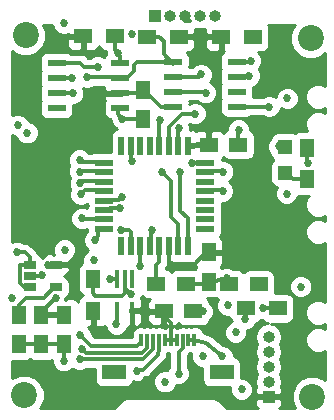
<source format=gtl>
G04 #@! TF.GenerationSoftware,KiCad,Pcbnew,(5.0.1)-4*
G04 #@! TF.CreationDate,2019-02-22T19:20:15-06:00*
G04 #@! TF.ProjectId,epoch,65706F63682E6B696361645F70636200,rev?*
G04 #@! TF.SameCoordinates,Original*
G04 #@! TF.FileFunction,Copper,L1,Top,Signal*
G04 #@! TF.FilePolarity,Positive*
%FSLAX46Y46*%
G04 Gerber Fmt 4.6, Leading zero omitted, Abs format (unit mm)*
G04 Created by KiCad (PCBNEW (5.0.1)-4) date 2/22/2019 7:20:15 PM*
%MOMM*%
%LPD*%
G01*
G04 APERTURE LIST*
G04 #@! TA.AperFunction,ComponentPad*
%ADD10O,1.000000X1.000000*%
G04 #@! TD*
G04 #@! TA.AperFunction,ComponentPad*
%ADD11R,1.000000X1.000000*%
G04 #@! TD*
G04 #@! TA.AperFunction,SMDPad,CuDef*
%ADD12R,1.060000X0.650000*%
G04 #@! TD*
G04 #@! TA.AperFunction,SMDPad,CuDef*
%ADD13R,0.300000X1.000000*%
G04 #@! TD*
G04 #@! TA.AperFunction,SMDPad,CuDef*
%ADD14R,2.000000X1.300000*%
G04 #@! TD*
G04 #@! TA.AperFunction,SMDPad,CuDef*
%ADD15R,1.500000X1.250000*%
G04 #@! TD*
G04 #@! TA.AperFunction,SMDPad,CuDef*
%ADD16R,1.250000X1.500000*%
G04 #@! TD*
G04 #@! TA.AperFunction,SMDPad,CuDef*
%ADD17R,1.500000X1.300000*%
G04 #@! TD*
G04 #@! TA.AperFunction,SMDPad,CuDef*
%ADD18R,1.300000X1.500000*%
G04 #@! TD*
G04 #@! TA.AperFunction,SMDPad,CuDef*
%ADD19R,1.600000X0.550000*%
G04 #@! TD*
G04 #@! TA.AperFunction,SMDPad,CuDef*
%ADD20R,0.550000X1.600000*%
G04 #@! TD*
G04 #@! TA.AperFunction,SMDPad,CuDef*
%ADD21R,1.550000X0.600000*%
G04 #@! TD*
G04 #@! TA.AperFunction,SMDPad,CuDef*
%ADD22R,0.400000X1.500000*%
G04 #@! TD*
G04 #@! TA.AperFunction,SMDPad,CuDef*
%ADD23R,1.200000X1.200000*%
G04 #@! TD*
G04 #@! TA.AperFunction,ComponentPad*
%ADD24C,2.200000*%
G04 #@! TD*
G04 #@! TA.AperFunction,ViaPad*
%ADD25C,0.685800*%
G04 #@! TD*
G04 #@! TA.AperFunction,Conductor*
%ADD26C,0.300000*%
G04 #@! TD*
G04 #@! TA.AperFunction,Conductor*
%ADD27C,0.152400*%
G04 #@! TD*
G04 #@! TA.AperFunction,Conductor*
%ADD28C,0.254000*%
G04 #@! TD*
G04 APERTURE END LIST*
D10*
G04 #@! TO.P,J3,5*
G04 #@! TO.N,VDD*
X119330000Y-54500000D03*
G04 #@! TO.P,J3,4*
G04 #@! TO.N,(+5)*
X118060000Y-54500000D03*
G04 #@! TO.P,J3,3*
G04 #@! TO.N,STAT*
X116790000Y-54500000D03*
G04 #@! TO.P,J3,2*
G04 #@! TO.N,PWR_SENSE*
X115520000Y-54500000D03*
D11*
G04 #@! TO.P,J3,1*
G04 #@! TO.N,(GND)*
X114250000Y-54500000D03*
G04 #@! TD*
D12*
G04 #@! TO.P,U1,1*
G04 #@! TO.N,(+5)*
X103611500Y-75567500D03*
G04 #@! TO.P,U1,2*
G04 #@! TO.N,(GND)*
X103611500Y-76517500D03*
G04 #@! TO.P,U1,3*
G04 #@! TO.N,(+5)*
X103611500Y-77467500D03*
G04 #@! TO.P,U1,4*
G04 #@! TO.N,Net-(C5-Pad2)*
X105811500Y-77467500D03*
G04 #@! TO.P,U1,5*
G04 #@! TO.N,(+3.3)*
X105811500Y-75567500D03*
G04 #@! TD*
D13*
G04 #@! TO.P,P3,5*
G04 #@! TO.N,(+3.3)*
X115050000Y-81923000D03*
G04 #@! TO.P,P3,4*
G04 #@! TO.N,VCOM*
X114550000Y-81923000D03*
G04 #@! TO.P,P3,3*
G04 #@! TO.N,SPI_CS*
X114050000Y-81923000D03*
G04 #@! TO.P,P3,2*
G04 #@! TO.N,SPI_SI*
X113550000Y-81923000D03*
G04 #@! TO.P,P3,1*
G04 #@! TO.N,SPI_CLK*
X113050000Y-81923000D03*
G04 #@! TO.P,P3,6*
G04 #@! TO.N,(+3.3)*
X115550000Y-81923000D03*
G04 #@! TO.P,P3,7*
X116050000Y-81923000D03*
G04 #@! TO.P,P3,8*
G04 #@! TO.N,EXTMODE*
X116550000Y-81923000D03*
G04 #@! TO.P,P3,9*
G04 #@! TO.N,(GND)*
X117050000Y-81923000D03*
G04 #@! TO.P,P3,10*
X117550000Y-81923000D03*
D14*
G04 #@! TO.P,P3,11*
G04 #@! TO.N,N/C*
X110750000Y-84623000D03*
G04 #@! TO.P,P3,12*
X119850000Y-84623000D03*
G04 #@! TD*
D15*
G04 #@! TO.P,C1,1*
G04 #@! TO.N,(+3.3)*
X118765000Y-65405000D03*
G04 #@! TO.P,C1,2*
G04 #@! TO.N,(GND)*
X121265000Y-65405000D03*
G04 #@! TD*
D16*
G04 #@! TO.P,C2,1*
G04 #@! TO.N,(+3.3)*
X118745000Y-74505500D03*
G04 #@! TO.P,C2,2*
G04 #@! TO.N,(GND)*
X118745000Y-77005500D03*
G04 #@! TD*
D15*
G04 #@! TO.P,C3,1*
G04 #@! TO.N,Net-(C3-Pad1)*
X114320000Y-77152500D03*
G04 #@! TO.P,C3,2*
G04 #@! TO.N,(GND)*
X116820000Y-77152500D03*
G04 #@! TD*
G04 #@! TO.P,C4,1*
G04 #@! TO.N,RESET*
X122979500Y-77216000D03*
G04 #@! TO.P,C4,2*
G04 #@! TO.N,(GND)*
X120479500Y-77216000D03*
G04 #@! TD*
D16*
G04 #@! TO.P,C5,1*
G04 #@! TO.N,(GND)*
X102679500Y-82276000D03*
G04 #@! TO.P,C5,2*
G04 #@! TO.N,Net-(C5-Pad2)*
X102679500Y-79776000D03*
G04 #@! TD*
G04 #@! TO.P,C6,1*
G04 #@! TO.N,(+3.3)*
X106489500Y-79776000D03*
G04 #@! TO.P,C6,2*
G04 #@! TO.N,(GND)*
X106489500Y-82276000D03*
G04 #@! TD*
G04 #@! TO.P,C9,1*
G04 #@! TO.N,(GND)*
X113157000Y-63226000D03*
G04 #@! TO.P,C9,2*
G04 #@! TO.N,(+3.3)*
X113157000Y-60726000D03*
G04 #@! TD*
D15*
G04 #@! TO.P,C11,1*
G04 #@! TO.N,(+3.3)*
X114955000Y-79502000D03*
G04 #@! TO.P,C11,2*
G04 #@! TO.N,(GND)*
X117455000Y-79502000D03*
G04 #@! TD*
D16*
G04 #@! TO.P,C14,1*
G04 #@! TO.N,(+3.3)*
X104584500Y-79776000D03*
G04 #@! TO.P,C14,2*
G04 #@! TO.N,(GND)*
X104584500Y-82276000D03*
G04 #@! TD*
D11*
G04 #@! TO.P,J2,1*
G04 #@! TO.N,(+3.3)*
X123825000Y-86741000D03*
D10*
G04 #@! TO.P,J2,2*
G04 #@! TO.N,SWDIO*
X123825000Y-85471000D03*
G04 #@! TO.P,J2,3*
G04 #@! TO.N,SWDCLK*
X123825000Y-84201000D03*
G04 #@! TO.P,J2,4*
G04 #@! TO.N,RESET*
X123825000Y-82931000D03*
G04 #@! TO.P,J2,5*
G04 #@! TO.N,(GND)*
X123825000Y-81661000D03*
G04 #@! TD*
D17*
G04 #@! TO.P,R1,1*
G04 #@! TO.N,Net-(R1-Pad1)*
X124603500Y-79248000D03*
G04 #@! TO.P,R1,2*
G04 #@! TO.N,RESET*
X121903500Y-79248000D03*
G04 #@! TD*
G04 #@! TO.P,R2,1*
G04 #@! TO.N,(+3.3)*
X116221500Y-56261000D03*
G04 #@! TO.P,R2,2*
G04 #@! TO.N,SDA*
X113521500Y-56261000D03*
G04 #@! TD*
G04 #@! TO.P,R3,1*
G04 #@! TO.N,(+3.3)*
X108124000Y-56197500D03*
G04 #@! TO.P,R3,2*
G04 #@! TO.N,SCL*
X110824000Y-56197500D03*
G04 #@! TD*
D18*
G04 #@! TO.P,R5,1*
G04 #@! TO.N,(+3.3)*
X108966000Y-79455000D03*
G04 #@! TO.P,R5,2*
G04 #@! TO.N,Net-(R5-Pad2)*
X108966000Y-76755000D03*
G04 #@! TD*
D19*
G04 #@! TO.P,U2,1*
G04 #@! TO.N,N/C*
X118423000Y-72523000D03*
G04 #@! TO.P,U2,2*
X118423000Y-71723000D03*
G04 #@! TO.P,U2,3*
X118423000Y-70923000D03*
G04 #@! TO.P,U2,4*
X118423000Y-70123000D03*
G04 #@! TO.P,U2,5*
G04 #@! TO.N,BUT_MID*
X118423000Y-69323000D03*
G04 #@! TO.P,U2,6*
G04 #@! TO.N,N/C*
X118423000Y-68523000D03*
G04 #@! TO.P,U2,7*
G04 #@! TO.N,LED*
X118423000Y-67723000D03*
G04 #@! TO.P,U2,8*
G04 #@! TO.N,PWR_SENSE*
X118423000Y-66923000D03*
D20*
G04 #@! TO.P,U2,9*
G04 #@! TO.N,(+3.3)*
X116973000Y-65473000D03*
G04 #@! TO.P,U2,10*
G04 #@! TO.N,(GND)*
X116173000Y-65473000D03*
G04 #@! TO.P,U2,11*
G04 #@! TO.N,STAT*
X115373000Y-65473000D03*
G04 #@! TO.P,U2,12*
G04 #@! TO.N,INTC*
X114573000Y-65473000D03*
G04 #@! TO.P,U2,13*
G04 #@! TO.N,N/C*
X113773000Y-65473000D03*
G04 #@! TO.P,U2,14*
X112973000Y-65473000D03*
G04 #@! TO.P,U2,15*
G04 #@! TO.N,BUT_UP*
X112173000Y-65473000D03*
G04 #@! TO.P,U2,16*
G04 #@! TO.N,N/C*
X111373000Y-65473000D03*
D19*
G04 #@! TO.P,U2,17*
G04 #@! TO.N,SDA*
X109923000Y-66923000D03*
G04 #@! TO.P,U2,18*
G04 #@! TO.N,SCL*
X109923000Y-67723000D03*
G04 #@! TO.P,U2,19*
G04 #@! TO.N,SPI_SI*
X109923000Y-68523000D03*
G04 #@! TO.P,U2,20*
G04 #@! TO.N,SPI_CLK*
X109923000Y-69323000D03*
G04 #@! TO.P,U2,21*
G04 #@! TO.N,BUT_DWN*
X109923000Y-70123000D03*
G04 #@! TO.P,U2,22*
G04 #@! TO.N,SPI_CS*
X109923000Y-70923000D03*
G04 #@! TO.P,U2,23*
G04 #@! TO.N,USB_D-*
X109923000Y-71723000D03*
G04 #@! TO.P,U2,24*
G04 #@! TO.N,USB_D+*
X109923000Y-72523000D03*
D20*
G04 #@! TO.P,U2,25*
G04 #@! TO.N,N/C*
X111373000Y-73973000D03*
G04 #@! TO.P,U2,26*
G04 #@! TO.N,RESET*
X112173000Y-73973000D03*
G04 #@! TO.P,U2,27*
G04 #@! TO.N,EXTMODE*
X112973000Y-73973000D03*
G04 #@! TO.P,U2,28*
G04 #@! TO.N,(GND)*
X113773000Y-73973000D03*
G04 #@! TO.P,U2,29*
G04 #@! TO.N,Net-(C3-Pad1)*
X114573000Y-73973000D03*
G04 #@! TO.P,U2,30*
G04 #@! TO.N,(+3.3)*
X115373000Y-73973000D03*
G04 #@! TO.P,U2,31*
G04 #@! TO.N,SWDCLK*
X116173000Y-73973000D03*
G04 #@! TO.P,U2,32*
G04 #@! TO.N,SWDIO*
X116973000Y-73973000D03*
G04 #@! TD*
D21*
G04 #@! TO.P,U3,1*
G04 #@! TO.N,32KHz*
X105885000Y-58483500D03*
G04 #@! TO.P,U3,2*
G04 #@! TO.N,(GND)*
X105885000Y-59753500D03*
G04 #@! TO.P,U3,3*
G04 #@! TO.N,INTC*
X105885000Y-61023500D03*
G04 #@! TO.P,U3,4*
G04 #@! TO.N,N/C*
X105885000Y-62293500D03*
G04 #@! TO.P,U3,5*
G04 #@! TO.N,(GND)*
X111285000Y-62293500D03*
G04 #@! TO.P,U3,6*
G04 #@! TO.N,(+3.3)*
X111285000Y-61023500D03*
G04 #@! TO.P,U3,7*
G04 #@! TO.N,SDA*
X111285000Y-59753500D03*
G04 #@! TO.P,U3,8*
G04 #@! TO.N,SCL*
X111285000Y-58483500D03*
G04 #@! TD*
G04 #@! TO.P,U4,1*
G04 #@! TO.N,32KHz*
X121127500Y-62166500D03*
G04 #@! TO.P,U4,2*
G04 #@! TO.N,N/C*
X121127500Y-60896500D03*
G04 #@! TO.P,U4,3*
G04 #@! TO.N,(GND)*
X121127500Y-59626500D03*
G04 #@! TO.P,U4,4*
X121127500Y-58356500D03*
G04 #@! TO.P,U4,5*
G04 #@! TO.N,SDA*
X115727500Y-58356500D03*
G04 #@! TO.P,U4,6*
G04 #@! TO.N,SCL*
X115727500Y-59626500D03*
G04 #@! TO.P,U4,7*
G04 #@! TO.N,Net-(R5-Pad2)*
X115727500Y-60896500D03*
G04 #@! TO.P,U4,8*
G04 #@! TO.N,(+3.3)*
X115727500Y-62166500D03*
G04 #@! TD*
D22*
G04 #@! TO.P,U5,1*
G04 #@! TO.N,N/C*
X112283000Y-76775000D03*
G04 #@! TO.P,U5,2*
G04 #@! TO.N,Net-(R5-Pad2)*
X111633000Y-76775000D03*
G04 #@! TO.P,U5,3*
G04 #@! TO.N,(GND)*
X110983000Y-76775000D03*
G04 #@! TO.P,U5,4*
G04 #@! TO.N,VCOM*
X110983000Y-79435000D03*
G04 #@! TO.P,U5,5*
G04 #@! TO.N,(+3.3)*
X112283000Y-79435000D03*
G04 #@! TD*
D18*
G04 #@! TO.P,R4,1*
G04 #@! TO.N,Net-(D1-Pad1)*
X127063500Y-68342500D03*
G04 #@! TO.P,R4,2*
G04 #@! TO.N,(GND)*
X127063500Y-65642500D03*
G04 #@! TD*
D17*
G04 #@! TO.P,R6,1*
G04 #@! TO.N,(+3.3)*
X119808000Y-56261000D03*
G04 #@! TO.P,R6,2*
G04 #@! TO.N,32KHz*
X122508000Y-56261000D03*
G04 #@! TD*
D23*
G04 #@! TO.P,D1,2*
G04 #@! TO.N,LED*
X125222000Y-65575000D03*
G04 #@! TO.P,D1,1*
G04 #@! TO.N,Net-(D1-Pad1)*
X125222000Y-67775000D03*
G04 #@! TD*
D24*
G04 #@! TO.P,U6,1*
G04 #@! TO.N,N/C*
X103124000Y-86614000D03*
G04 #@! TD*
G04 #@! TO.P,U7,1*
G04 #@! TO.N,N/C*
X127381000Y-56388000D03*
G04 #@! TD*
G04 #@! TO.P,U8,1*
G04 #@! TO.N,N/C*
X127508000Y-86741000D03*
G04 #@! TD*
G04 #@! TO.P,U9,1*
G04 #@! TO.N,N/C*
X103251000Y-56134000D03*
G04 #@! TD*
D25*
G04 #@! TO.N,(+3.3)*
X113474500Y-85344000D03*
X105981500Y-84836000D03*
X105791000Y-78359000D03*
X105156000Y-75565000D03*
G04 #@! TO.N,(GND)*
X122174000Y-59563000D03*
X122301000Y-58293000D03*
X118237000Y-79502000D03*
X119888000Y-83312000D03*
X113919000Y-72644000D03*
X116205000Y-64008000D03*
X121285000Y-64135000D03*
X107188000Y-59753500D03*
X127127000Y-66929000D03*
X120269000Y-76708000D03*
X104648000Y-76454000D03*
X110426500Y-76771500D03*
X111442500Y-63182500D03*
X106489500Y-83693000D03*
X112250000Y-56000000D03*
G04 #@! TO.N,RESET*
X122999500Y-77216000D03*
X121856500Y-80137000D03*
X111315500Y-72644000D03*
X115062000Y-85471000D03*
G04 #@! TO.N,USB_D+*
X109093000Y-73469500D03*
X102616000Y-63754000D03*
G04 #@! TO.N,USB_D-*
X108013500Y-71628000D03*
X103378000Y-64389000D03*
G04 #@! TO.N,VCOM*
X110947200Y-80594200D03*
X112712500Y-84518500D03*
G04 #@! TO.N,SPI_CS*
X111252000Y-70739000D03*
X106553000Y-74295000D03*
X107823000Y-83566000D03*
G04 #@! TO.N,SPI_SI*
X108013500Y-82677000D03*
X109029500Y-75184000D03*
X107886500Y-68643500D03*
G04 #@! TO.N,SPI_CLK*
X107950000Y-69596000D03*
X107886500Y-81534000D03*
G04 #@! TO.N,EXTMODE*
X116205000Y-84772500D03*
X112903000Y-75692000D03*
G04 #@! TO.N,Net-(R1-Pad1)*
X121031000Y-81280000D03*
X123317000Y-79248000D03*
X102108000Y-78359000D03*
G04 #@! TO.N,SDA*
X108458000Y-59690000D03*
X107823000Y-66675000D03*
G04 #@! TO.N,SCL*
X118110000Y-59436000D03*
X107823000Y-67691000D03*
X111061500Y-57645310D03*
G04 #@! TO.N,Net-(R5-Pad2)*
X112141000Y-78041500D03*
X120396000Y-78994000D03*
X118500014Y-61000000D03*
G04 #@! TO.N,BUT_UP*
X125412500Y-61468000D03*
X112268000Y-66738500D03*
G04 #@! TO.N,BUT_MID*
X125349000Y-69532500D03*
X119938800Y-69316600D03*
G04 #@! TO.N,BUT_DWN*
X111379000Y-69850000D03*
X126555500Y-77406500D03*
G04 #@! TO.N,INTC*
X107251500Y-61023500D03*
X114630200Y-63322200D03*
G04 #@! TO.N,LED*
X119951500Y-67691000D03*
X124714000Y-65532000D03*
G04 #@! TO.N,32KHz*
X123875800Y-62179200D03*
X109347000Y-58801000D03*
X122682000Y-56134000D03*
G04 #@! TO.N,SWDIO*
X121539000Y-86106000D03*
X118237000Y-83312000D03*
X116332000Y-67691000D03*
G04 #@! TO.N,SWDCLK*
X114808000Y-67691000D03*
G04 #@! TO.N,(+5)*
X102500000Y-74500000D03*
X106500000Y-55105314D03*
G04 #@! TO.N,PWR_SENSE*
X117323000Y-66923000D03*
G04 #@! TO.N,STAT*
X117625401Y-62768901D03*
G04 #@! TD*
D26*
G04 #@! TO.N,(+3.3)*
X118745000Y-74505500D02*
X118534500Y-74505500D01*
X118534500Y-74505500D02*
X117475000Y-75565000D01*
X115373000Y-75495000D02*
X115373000Y-73973000D01*
X115443000Y-75565000D02*
X115373000Y-75495000D01*
X117475000Y-75565000D02*
X115443000Y-75565000D01*
X116973000Y-65473000D02*
X118697000Y-65473000D01*
X118697000Y-65473000D02*
X118765000Y-65405000D01*
X114955000Y-79502000D02*
X114955000Y-79903000D01*
X114955000Y-79903000D02*
X115550000Y-80498000D01*
X115550000Y-80498000D02*
X115550000Y-81923000D01*
X108966000Y-79455000D02*
X108919000Y-79455000D01*
X118745000Y-74505500D02*
X119781000Y-74505500D01*
X119781000Y-74505500D02*
X120269000Y-74993500D01*
X115727500Y-62166500D02*
X114744500Y-62166500D01*
X114744500Y-62166500D02*
X113304000Y-60726000D01*
X113304000Y-60726000D02*
X113157000Y-60726000D01*
X111094500Y-61023500D02*
X112669000Y-61023500D01*
X112669000Y-61023500D02*
X112966500Y-60726000D01*
X116050000Y-81923000D02*
X115550000Y-81923000D01*
X115050000Y-81923000D02*
X115550000Y-81923000D01*
X105811500Y-75567500D02*
X105158500Y-75567500D01*
X105791000Y-78359000D02*
X104584500Y-79565500D01*
X105158500Y-75567500D02*
X105156000Y-75565000D01*
X104584500Y-79565500D02*
X104584500Y-79776000D01*
X104584500Y-79776000D02*
X104882000Y-79776000D01*
X104584500Y-79776000D02*
X106489500Y-79776000D01*
X106489500Y-79776000D02*
X106489500Y-79438500D01*
X106810500Y-79455000D02*
X106489500Y-79776000D01*
G04 #@! TO.N,(GND)*
X121127500Y-59626500D02*
X122110500Y-59626500D01*
X122110500Y-59626500D02*
X122174000Y-59563000D01*
X121127500Y-58356500D02*
X122237500Y-58356500D01*
X122237500Y-58356500D02*
X122301000Y-58293000D01*
X117455000Y-79502000D02*
X118237000Y-79502000D01*
X117455000Y-79502000D02*
X117729000Y-79502000D01*
X117550000Y-81923000D02*
X118491000Y-82169000D01*
X118491000Y-82169000D02*
X119888000Y-83312000D01*
X117455000Y-79502000D02*
X117983000Y-79502000D01*
X113773000Y-73973000D02*
X113900000Y-72663000D01*
X113900000Y-72663000D02*
X113919000Y-72644000D01*
X116173000Y-65473000D02*
X116173000Y-64040000D01*
X116173000Y-64040000D02*
X116205000Y-64008000D01*
X121265000Y-65405000D02*
X121265000Y-64155000D01*
X121265000Y-64155000D02*
X121285000Y-64135000D01*
X127063500Y-65642500D02*
X127063500Y-66865500D01*
X127063500Y-66865500D02*
X127127000Y-66929000D01*
X120225500Y-76751500D02*
X120269000Y-76708000D01*
X120225500Y-76751500D02*
X118745000Y-77005500D01*
X103611500Y-76517500D02*
X104584500Y-76517500D01*
X104584500Y-76517500D02*
X104648000Y-76454000D01*
X110983000Y-76775000D02*
X110411500Y-76756500D01*
X110411500Y-76756500D02*
X110426500Y-76771500D01*
X116820000Y-77152500D02*
X118598000Y-77152500D01*
X118598000Y-77152500D02*
X118745000Y-77005500D01*
X117050000Y-81923000D02*
X117550000Y-81923000D01*
X111094500Y-62293500D02*
X111094500Y-62834500D01*
X111486000Y-63226000D02*
X111442500Y-63182500D01*
X111486000Y-63226000D02*
X112966500Y-63226000D01*
X111094500Y-62834500D02*
X111442500Y-63182500D01*
X105694500Y-59753500D02*
X107188000Y-59753500D01*
X102679500Y-82276000D02*
X104584500Y-82276000D01*
X104584500Y-82276000D02*
X106489500Y-82276000D01*
X106489500Y-82276000D02*
X106489500Y-83693000D01*
G04 #@! TO.N,Net-(C3-Pad1)*
X114573000Y-73973000D02*
X114573000Y-75292000D01*
X114320000Y-75545000D02*
X114320000Y-77152500D01*
X114573000Y-75292000D02*
X114320000Y-75545000D01*
X114065000Y-76897500D02*
X114320000Y-77152500D01*
G04 #@! TO.N,RESET*
X112173000Y-73973000D02*
X112173000Y-72803000D01*
X112014000Y-72644000D02*
X111315500Y-72644000D01*
X112173000Y-72803000D02*
X112014000Y-72644000D01*
X122999500Y-77216000D02*
X122979500Y-77216000D01*
X121903500Y-79248000D02*
X121903500Y-80090000D01*
X121903500Y-80090000D02*
X121856500Y-80137000D01*
G04 #@! TO.N,Net-(C5-Pad2)*
X105811500Y-77467500D02*
X105666500Y-77467500D01*
X105666500Y-77467500D02*
X104775000Y-78359000D01*
X104775000Y-78359000D02*
X103314500Y-78359000D01*
X103314500Y-78359000D02*
X102679500Y-78994000D01*
X102679500Y-78994000D02*
X102679500Y-79776000D01*
G04 #@! TO.N,USB_D+*
X109415000Y-73147500D02*
X109093000Y-73469500D01*
X109415000Y-72459500D02*
X109415000Y-73147500D01*
G04 #@! TO.N,USB_D-*
X108045000Y-71659500D02*
X108013500Y-71628000D01*
X109415000Y-71659500D02*
X108045000Y-71659500D01*
G04 #@! TO.N,VCOM*
X114550000Y-82681000D02*
X114427000Y-83185000D01*
X110983000Y-79435000D02*
X110995700Y-80545700D01*
X110947200Y-80594200D02*
X110995700Y-80545700D01*
X114550000Y-82681000D02*
X114550000Y-81923000D01*
X113157000Y-84455000D02*
X112712500Y-84518500D01*
X114427000Y-83185000D02*
X113157000Y-84455000D01*
G04 #@! TO.N,SPI_CS*
X114050000Y-81923000D02*
X114050000Y-82736500D01*
X111245500Y-70732500D02*
X109415000Y-70859500D01*
X111252000Y-70739000D02*
X111245500Y-70732500D01*
X113220500Y-83566000D02*
X107823000Y-83566000D01*
X114050000Y-82736500D02*
X113220500Y-83566000D01*
G04 #@! TO.N,SPI_SI*
X113550000Y-82588800D02*
X113550000Y-81923000D01*
X108381800Y-83045300D02*
X108013500Y-82677000D01*
X113093500Y-83045300D02*
X108381800Y-83045300D01*
X113550000Y-82588800D02*
X113093500Y-83045300D01*
X108070500Y-68459500D02*
X109415000Y-68459500D01*
X107886500Y-68643500D02*
X108070500Y-68459500D01*
G04 #@! TO.N,SPI_CLK*
X113050000Y-81923000D02*
X113050000Y-82072800D01*
X113050000Y-82072800D02*
X112649000Y-82473800D01*
X112649000Y-82473800D02*
X108826300Y-82473800D01*
X108286500Y-69259500D02*
X109415000Y-69259500D01*
X108286500Y-69259500D02*
X107950000Y-69596000D01*
X108826300Y-82473800D02*
X107886500Y-81534000D01*
G04 #@! TO.N,EXTMODE*
X116550000Y-81923000D02*
X116550000Y-82586000D01*
X116550000Y-82586000D02*
X116205000Y-82931000D01*
X116205000Y-82931000D02*
X116205000Y-84772500D01*
X112973000Y-75622000D02*
X112973000Y-73973000D01*
X112903000Y-75692000D02*
X112973000Y-75622000D01*
G04 #@! TO.N,Net-(R1-Pad1)*
X123317000Y-79248000D02*
X124603500Y-79248000D01*
G04 #@! TO.N,SDA*
X111031000Y-59690000D02*
X108839000Y-59690000D01*
X108458000Y-59690000D02*
X108839000Y-59690000D01*
X108007500Y-66859500D02*
X107823000Y-66675000D01*
X108007500Y-66859500D02*
X109415000Y-66859500D01*
D27*
X111031000Y-59690000D02*
X111094500Y-59753500D01*
X109415000Y-66859500D02*
X108833000Y-66859500D01*
X110967500Y-59880500D02*
X111094500Y-59753500D01*
X111094500Y-59753500D02*
X111823500Y-59753500D01*
D26*
X111823500Y-59753500D02*
X112395000Y-59182000D01*
X112712500Y-58356500D02*
X115727500Y-58356500D01*
X112395000Y-58674000D02*
X112712500Y-58356500D01*
X112395000Y-59182000D02*
X112395000Y-58674000D01*
D27*
X115727500Y-58356500D02*
X115727500Y-58539400D01*
D26*
X115727500Y-58539400D02*
X114935000Y-57746900D01*
X114935000Y-57746900D02*
X114935000Y-56642000D01*
X114935000Y-56642000D02*
X114554000Y-56261000D01*
X114554000Y-56261000D02*
X113521500Y-56261000D01*
G04 #@! TO.N,SCL*
X115727500Y-59626500D02*
X117919500Y-59626500D01*
X117919500Y-59626500D02*
X118110000Y-59436000D01*
X109415000Y-67659500D02*
X107854500Y-67659500D01*
X107854500Y-67659500D02*
X107823000Y-67691000D01*
X110824000Y-56197500D02*
X111188500Y-56197500D01*
X111285000Y-58483500D02*
X111285000Y-57868810D01*
X111285000Y-57868810D02*
X111061500Y-57645310D01*
X110824000Y-57407810D02*
X111061500Y-57645310D01*
X110824000Y-56197500D02*
X110824000Y-57407810D01*
G04 #@! TO.N,Net-(R5-Pad2)*
X112141000Y-78041500D02*
X111633000Y-77533500D01*
X111633000Y-77533500D02*
X111633000Y-76775000D01*
X108966000Y-76755000D02*
X108966000Y-77978000D01*
X108966000Y-77978000D02*
X109156500Y-78168500D01*
X109156500Y-78168500D02*
X111442500Y-78168500D01*
X111442500Y-78168500D02*
X111633000Y-77978000D01*
X111633000Y-77978000D02*
X111633000Y-76775000D01*
X115727500Y-60896500D02*
X118396514Y-60896500D01*
X118396514Y-60896500D02*
X118500014Y-61000000D01*
G04 #@! TO.N,BUT_UP*
X112173000Y-66643500D02*
X112268000Y-66738500D01*
X112173000Y-66643500D02*
X112268000Y-66738500D01*
X112173000Y-65473000D02*
X112173000Y-66643500D01*
G04 #@! TO.N,BUT_MID*
X117915000Y-69259500D02*
X119881700Y-69259500D01*
X119881700Y-69259500D02*
X119938800Y-69316600D01*
G04 #@! TO.N,BUT_DWN*
X111169500Y-70059500D02*
X111379000Y-69850000D01*
X111169500Y-70059500D02*
X109415000Y-70059500D01*
G04 #@! TO.N,INTC*
X114573000Y-65473000D02*
X114573000Y-63379400D01*
X114573000Y-63379400D02*
X114630200Y-63322200D01*
X105885000Y-61023500D02*
X107251500Y-61023500D01*
X114630200Y-63322200D02*
X114579400Y-63373000D01*
G04 #@! TO.N,LED*
X117915000Y-67659500D02*
X119920000Y-67659500D01*
X119920000Y-67659500D02*
X119951500Y-67691000D01*
X124714000Y-65532000D02*
X124734500Y-65511500D01*
D27*
X124734500Y-65511500D02*
X124777500Y-65511500D01*
D26*
G04 #@! TO.N,Net-(D1-Pad1)*
X125158500Y-67711500D02*
X125306000Y-67711500D01*
X125306000Y-67711500D02*
X125937000Y-68342500D01*
X125937000Y-68342500D02*
X127063500Y-68342500D01*
G04 #@! TO.N,32KHz*
X107886500Y-58483500D02*
X108204000Y-58801000D01*
X108204000Y-58801000D02*
X109347000Y-58801000D01*
X105885000Y-58483500D02*
X107886500Y-58483500D01*
X122682000Y-56134000D02*
X122635000Y-56134000D01*
X123863100Y-62166500D02*
X121127500Y-62166500D01*
X123875800Y-62179200D02*
X123863100Y-62166500D01*
G04 #@! TO.N,SWDIO*
X116973000Y-73973000D02*
X116973000Y-71634000D01*
X116332000Y-70993000D02*
X116332000Y-67691000D01*
X116973000Y-71634000D02*
X116332000Y-70993000D01*
G04 #@! TO.N,SWDCLK*
X116173000Y-72104000D02*
X116173000Y-73973000D01*
X115570000Y-71501000D02*
X116173000Y-72104000D01*
X115570000Y-68453000D02*
X115570000Y-71501000D01*
X114808000Y-67691000D02*
X115570000Y-68453000D01*
G04 #@! TO.N,(+5)*
X102779099Y-77084421D02*
X103194678Y-77500000D01*
X102779099Y-75569901D02*
X102779099Y-77084421D01*
X103611500Y-75567500D02*
X102781500Y-75567500D01*
X102781500Y-75567500D02*
X102779099Y-75569901D01*
X103194678Y-77500000D02*
X103500000Y-77500000D01*
X103611500Y-74942500D02*
X103169000Y-74500000D01*
X103611500Y-75567500D02*
X103611500Y-74942500D01*
X103169000Y-74500000D02*
X102500000Y-74500000D01*
G04 #@! TO.N,PWR_SENSE*
X118423000Y-66923000D02*
X117323000Y-66923000D01*
X117250000Y-66996000D02*
X117323000Y-66923000D01*
G04 #@! TO.N,STAT*
X116489053Y-62768901D02*
X117002145Y-62768901D01*
X115373000Y-65473000D02*
X115373000Y-63884954D01*
X115373000Y-63884954D02*
X116489053Y-62768901D01*
X117162410Y-54912410D02*
X116750000Y-54912410D01*
X117002145Y-62768901D02*
X117625401Y-62768901D01*
G04 #@! TD*
D28*
G04 #@! TO.N,(+3.3)*
G36*
X125910138Y-55405201D02*
X125646000Y-56042887D01*
X125646000Y-56733113D01*
X125910138Y-57370799D01*
X126398201Y-57858862D01*
X127035887Y-58123000D01*
X127726113Y-58123000D01*
X128363799Y-57858862D01*
X128574700Y-57647961D01*
X128574468Y-60390930D01*
X128231820Y-60249000D01*
X127800180Y-60249000D01*
X127401397Y-60414182D01*
X127096182Y-60719397D01*
X126931000Y-61118180D01*
X126931000Y-61549820D01*
X127096182Y-61948603D01*
X127401397Y-62253818D01*
X127800180Y-62419000D01*
X128231820Y-62419000D01*
X128574308Y-62277136D01*
X128574273Y-62690849D01*
X128231820Y-62549000D01*
X127800180Y-62549000D01*
X127401397Y-62714182D01*
X127096182Y-63019397D01*
X126931000Y-63418180D01*
X126931000Y-63849820D01*
X127094714Y-64245060D01*
X126413500Y-64245060D01*
X126165735Y-64294343D01*
X126048574Y-64372628D01*
X125822000Y-64327560D01*
X124622000Y-64327560D01*
X124374235Y-64376843D01*
X124164191Y-64517191D01*
X124023843Y-64727235D01*
X123996043Y-64866998D01*
X123884977Y-64978064D01*
X123736100Y-65337484D01*
X123736100Y-65726516D01*
X123884977Y-66085936D01*
X123974689Y-66175648D01*
X124023843Y-66422765D01*
X124164191Y-66632809D01*
X124227334Y-66675000D01*
X124164191Y-66717191D01*
X124023843Y-66927235D01*
X123974560Y-67175000D01*
X123974560Y-68375000D01*
X124023843Y-68622765D01*
X124164191Y-68832809D01*
X124374235Y-68973157D01*
X124510952Y-69000351D01*
X124371100Y-69337984D01*
X124371100Y-69727016D01*
X124519977Y-70086436D01*
X124795064Y-70361523D01*
X125154484Y-70510400D01*
X125543516Y-70510400D01*
X125902936Y-70361523D01*
X126178023Y-70086436D01*
X126326900Y-69727016D01*
X126326900Y-69722714D01*
X126413500Y-69739940D01*
X127219639Y-69739940D01*
X127096182Y-69863397D01*
X126931000Y-70262180D01*
X126931000Y-70693820D01*
X127096182Y-71092603D01*
X127401397Y-71397818D01*
X127800180Y-71563000D01*
X128231820Y-71563000D01*
X128573533Y-71421457D01*
X128573498Y-71834528D01*
X128231820Y-71693000D01*
X127800180Y-71693000D01*
X127401397Y-71858182D01*
X127096182Y-72163397D01*
X126931000Y-72562180D01*
X126931000Y-72993820D01*
X127096182Y-73392603D01*
X127401397Y-73697818D01*
X127800180Y-73863000D01*
X128231820Y-73863000D01*
X128573338Y-73721538D01*
X128572918Y-78678288D01*
X128231820Y-78537000D01*
X127800180Y-78537000D01*
X127401397Y-78702182D01*
X127096182Y-79007397D01*
X126931000Y-79406180D01*
X126931000Y-79837820D01*
X127096182Y-80236603D01*
X127401397Y-80541818D01*
X127800180Y-80707000D01*
X128231820Y-80707000D01*
X128572758Y-80565778D01*
X128572723Y-80978207D01*
X128231820Y-80837000D01*
X127800180Y-80837000D01*
X127401397Y-81002182D01*
X127096182Y-81307397D01*
X126931000Y-81706180D01*
X126931000Y-82137820D01*
X127096182Y-82536603D01*
X127401397Y-82841818D01*
X127800180Y-83007000D01*
X128231820Y-83007000D01*
X128572564Y-82865859D01*
X128572353Y-85351692D01*
X128490799Y-85270138D01*
X127853113Y-85006000D01*
X127162887Y-85006000D01*
X126525201Y-85270138D01*
X126037138Y-85758201D01*
X125773000Y-86395887D01*
X125773000Y-87086113D01*
X126037138Y-87723799D01*
X126044939Y-87731600D01*
X124732425Y-87731600D01*
X124863327Y-87600699D01*
X124960000Y-87367310D01*
X124960000Y-87026750D01*
X124801250Y-86868000D01*
X123952000Y-86868000D01*
X123952000Y-86888000D01*
X123698000Y-86888000D01*
X123698000Y-86868000D01*
X122848750Y-86868000D01*
X122690000Y-87026750D01*
X122690000Y-87367310D01*
X122786673Y-87600699D01*
X122917575Y-87731600D01*
X120332493Y-87731600D01*
X119713463Y-87137637D01*
X119675371Y-87080629D01*
X119605143Y-87033704D01*
X119599415Y-87028208D01*
X119542818Y-86992060D01*
X119423317Y-86912212D01*
X119415305Y-86910618D01*
X119408423Y-86906223D01*
X119266957Y-86881110D01*
X119201048Y-86868000D01*
X119193105Y-86868000D01*
X119109948Y-86853238D01*
X119042996Y-86868000D01*
X111955746Y-86868000D01*
X111874272Y-86853177D01*
X111577963Y-86917180D01*
X111391620Y-87046155D01*
X110728274Y-87731600D01*
X104460061Y-87731600D01*
X104594862Y-87596799D01*
X104859000Y-86959113D01*
X104859000Y-86268887D01*
X104594862Y-85631201D01*
X104106799Y-85143138D01*
X103469113Y-84879000D01*
X102778887Y-84879000D01*
X102141201Y-85143138D01*
X102108000Y-85176339D01*
X102108000Y-83673440D01*
X103304500Y-83673440D01*
X103552265Y-83624157D01*
X103632000Y-83570879D01*
X103711735Y-83624157D01*
X103959500Y-83673440D01*
X105209500Y-83673440D01*
X105457265Y-83624157D01*
X105511600Y-83587851D01*
X105511600Y-83887516D01*
X105660477Y-84246936D01*
X105935564Y-84522023D01*
X106294984Y-84670900D01*
X106684016Y-84670900D01*
X107043436Y-84522023D01*
X107219750Y-84345709D01*
X107269064Y-84395023D01*
X107628484Y-84543900D01*
X108017516Y-84543900D01*
X108376936Y-84395023D01*
X108420959Y-84351000D01*
X109102560Y-84351000D01*
X109102560Y-85273000D01*
X109151843Y-85520765D01*
X109292191Y-85730809D01*
X109502235Y-85871157D01*
X109750000Y-85920440D01*
X111750000Y-85920440D01*
X111997765Y-85871157D01*
X112207809Y-85730809D01*
X112348157Y-85520765D01*
X112365562Y-85433264D01*
X112517984Y-85496400D01*
X112907016Y-85496400D01*
X113266436Y-85347523D01*
X113408633Y-85205326D01*
X113463291Y-85194454D01*
X113510842Y-85162681D01*
X113564788Y-85143705D01*
X113639507Y-85076710D01*
X113657408Y-85064749D01*
X113696968Y-85025189D01*
X113797302Y-84935227D01*
X113806859Y-84915298D01*
X114970153Y-83752005D01*
X115072752Y-83657875D01*
X115113205Y-83570984D01*
X115166453Y-83491292D01*
X115193619Y-83354719D01*
X115266736Y-83055119D01*
X115273691Y-83058000D01*
X115326309Y-83058000D01*
X115420000Y-83019192D01*
X115420001Y-84174540D01*
X115375977Y-84218564D01*
X115261419Y-84495131D01*
X115256516Y-84493100D01*
X114867484Y-84493100D01*
X114508064Y-84641977D01*
X114232977Y-84917064D01*
X114084100Y-85276484D01*
X114084100Y-85665516D01*
X114232977Y-86024936D01*
X114508064Y-86300023D01*
X114867484Y-86448900D01*
X115256516Y-86448900D01*
X115615936Y-86300023D01*
X115891023Y-86024936D01*
X116005581Y-85748369D01*
X116010484Y-85750400D01*
X116399516Y-85750400D01*
X116758936Y-85601523D01*
X117034023Y-85326436D01*
X117182900Y-84967016D01*
X117182900Y-84577984D01*
X117034023Y-84218564D01*
X116990000Y-84174541D01*
X116990000Y-83256156D01*
X117050406Y-83195751D01*
X117115953Y-83151953D01*
X117170419Y-83070440D01*
X117200000Y-83070440D01*
X117285643Y-83053405D01*
X117259100Y-83117484D01*
X117259100Y-83506516D01*
X117407977Y-83865936D01*
X117683064Y-84141023D01*
X118042484Y-84289900D01*
X118202560Y-84289900D01*
X118202560Y-85273000D01*
X118251843Y-85520765D01*
X118392191Y-85730809D01*
X118602235Y-85871157D01*
X118850000Y-85920440D01*
X120561100Y-85920440D01*
X120561100Y-86300516D01*
X120709977Y-86659936D01*
X120985064Y-86935023D01*
X121344484Y-87083900D01*
X121733516Y-87083900D01*
X122092936Y-86935023D01*
X122368023Y-86659936D01*
X122516900Y-86300516D01*
X122516900Y-85911484D01*
X122368023Y-85552064D01*
X122092936Y-85276977D01*
X121733516Y-85128100D01*
X121497440Y-85128100D01*
X121497440Y-83973000D01*
X121448157Y-83725235D01*
X121307809Y-83515191D01*
X121097765Y-83374843D01*
X120865900Y-83328723D01*
X120865900Y-83117484D01*
X120717023Y-82758064D01*
X120441936Y-82482977D01*
X120082516Y-82334100D01*
X119932449Y-82334100D01*
X119036502Y-81601053D01*
X118974359Y-81531058D01*
X118847076Y-81469251D01*
X118722193Y-81402739D01*
X118629030Y-81393704D01*
X118325847Y-81314445D01*
X118298157Y-81175235D01*
X118157809Y-80965191D01*
X117947765Y-80824843D01*
X117700000Y-80775560D01*
X117400000Y-80775560D01*
X117300000Y-80795451D01*
X117200000Y-80775560D01*
X116900000Y-80775560D01*
X116800000Y-80795451D01*
X116700000Y-80775560D01*
X116400000Y-80775560D01*
X116329926Y-80789498D01*
X116326309Y-80788000D01*
X116283750Y-80788000D01*
X116270414Y-80801336D01*
X116152235Y-80824843D01*
X116060898Y-80885873D01*
X116059698Y-80884673D01*
X115826309Y-80788000D01*
X115773691Y-80788000D01*
X115550000Y-80880656D01*
X115326309Y-80788000D01*
X115273691Y-80788000D01*
X115040302Y-80884673D01*
X115039102Y-80885873D01*
X114947765Y-80824843D01*
X114829586Y-80801336D01*
X114816250Y-80788000D01*
X114773691Y-80788000D01*
X114770074Y-80789498D01*
X114700000Y-80775560D01*
X114400000Y-80775560D01*
X114300000Y-80795451D01*
X114200000Y-80775560D01*
X113900000Y-80775560D01*
X113800000Y-80795451D01*
X113700000Y-80775560D01*
X113400000Y-80775560D01*
X113300000Y-80795451D01*
X113200000Y-80775560D01*
X112900000Y-80775560D01*
X112652235Y-80824843D01*
X112442191Y-80965191D01*
X112301843Y-81175235D01*
X112252560Y-81423000D01*
X112252560Y-81688800D01*
X109151458Y-81688800D01*
X108864400Y-81401743D01*
X108864400Y-81339484D01*
X108715523Y-80980064D01*
X108575459Y-80840000D01*
X108680250Y-80840000D01*
X108839000Y-80681250D01*
X108839000Y-79582000D01*
X108819000Y-79582000D01*
X108819000Y-79328000D01*
X108839000Y-79328000D01*
X108839000Y-79308000D01*
X109093000Y-79308000D01*
X109093000Y-79328000D01*
X109113000Y-79328000D01*
X109113000Y-79582000D01*
X109093000Y-79582000D01*
X109093000Y-80681250D01*
X109251750Y-80840000D01*
X109742310Y-80840000D01*
X109969300Y-80745978D01*
X109969300Y-80788716D01*
X110118177Y-81148136D01*
X110393264Y-81423223D01*
X110752684Y-81572100D01*
X111141716Y-81572100D01*
X111501136Y-81423223D01*
X111776223Y-81148136D01*
X111918666Y-80804250D01*
X111956690Y-80820000D01*
X112024250Y-80820000D01*
X112183000Y-80661250D01*
X112183000Y-79562000D01*
X112383000Y-79562000D01*
X112383000Y-80661250D01*
X112541750Y-80820000D01*
X112609310Y-80820000D01*
X112842699Y-80723327D01*
X113021327Y-80544698D01*
X113118000Y-80311309D01*
X113118000Y-79787750D01*
X113570000Y-79787750D01*
X113570000Y-80253310D01*
X113666673Y-80486699D01*
X113845302Y-80665327D01*
X114078691Y-80762000D01*
X114669250Y-80762000D01*
X114828000Y-80603250D01*
X114828000Y-79629000D01*
X113728750Y-79629000D01*
X113570000Y-79787750D01*
X113118000Y-79787750D01*
X113118000Y-79720750D01*
X112959250Y-79562000D01*
X112383000Y-79562000D01*
X112183000Y-79562000D01*
X112136000Y-79562000D01*
X112136000Y-79308000D01*
X112183000Y-79308000D01*
X112183000Y-79288000D01*
X112383000Y-79288000D01*
X112383000Y-79308000D01*
X112959250Y-79308000D01*
X113118000Y-79149250D01*
X113118000Y-78558691D01*
X113051622Y-78398440D01*
X113117675Y-78238973D01*
X113322235Y-78375657D01*
X113570000Y-78424940D01*
X113759035Y-78424940D01*
X113666673Y-78517301D01*
X113570000Y-78750690D01*
X113570000Y-79216250D01*
X113728750Y-79375000D01*
X114828000Y-79375000D01*
X114828000Y-79355000D01*
X115082000Y-79355000D01*
X115082000Y-79375000D01*
X115102000Y-79375000D01*
X115102000Y-79629000D01*
X115082000Y-79629000D01*
X115082000Y-80603250D01*
X115240750Y-80762000D01*
X115831309Y-80762000D01*
X116064698Y-80665327D01*
X116206346Y-80523680D01*
X116247191Y-80584809D01*
X116457235Y-80725157D01*
X116705000Y-80774440D01*
X118205000Y-80774440D01*
X118452765Y-80725157D01*
X118662809Y-80584809D01*
X118803157Y-80374765D01*
X118817053Y-80304906D01*
X119066023Y-80055936D01*
X119214900Y-79696516D01*
X119214900Y-79307484D01*
X119066023Y-78948064D01*
X118817053Y-78699094D01*
X118803157Y-78629235D01*
X118662809Y-78419191D01*
X118638488Y-78402940D01*
X119370000Y-78402940D01*
X119414335Y-78394121D01*
X119481735Y-78439157D01*
X119560835Y-78454891D01*
X119418100Y-78799484D01*
X119418100Y-79188516D01*
X119566977Y-79547936D01*
X119842064Y-79823023D01*
X120201484Y-79971900D01*
X120520759Y-79971900D01*
X120555343Y-80145765D01*
X120695691Y-80355809D01*
X120699950Y-80358655D01*
X120477064Y-80450977D01*
X120201977Y-80726064D01*
X120053100Y-81085484D01*
X120053100Y-81474516D01*
X120201977Y-81833936D01*
X120477064Y-82109023D01*
X120836484Y-82257900D01*
X121225516Y-82257900D01*
X121584936Y-82109023D01*
X121860023Y-81833936D01*
X122008900Y-81474516D01*
X122008900Y-81114900D01*
X122051016Y-81114900D01*
X122410436Y-80966023D01*
X122685523Y-80690936D01*
X122754076Y-80525434D01*
X122901265Y-80496157D01*
X123111309Y-80355809D01*
X123198112Y-80225900D01*
X123308888Y-80225900D01*
X123395691Y-80355809D01*
X123605735Y-80496157D01*
X123755767Y-80526000D01*
X123713217Y-80526000D01*
X123382145Y-80591854D01*
X123006711Y-80842711D01*
X122755854Y-81218145D01*
X122667765Y-81661000D01*
X122755854Y-82103855D01*
X122884241Y-82296000D01*
X122755854Y-82488145D01*
X122667765Y-82931000D01*
X122755854Y-83373855D01*
X122884241Y-83566000D01*
X122755854Y-83758145D01*
X122667765Y-84201000D01*
X122755854Y-84643855D01*
X122884241Y-84836000D01*
X122755854Y-85028145D01*
X122667765Y-85471000D01*
X122755854Y-85913855D01*
X122766555Y-85929870D01*
X122690000Y-86114690D01*
X122690000Y-86455250D01*
X122848750Y-86614000D01*
X123698000Y-86614000D01*
X123698000Y-86602973D01*
X123713217Y-86606000D01*
X123936783Y-86606000D01*
X123952000Y-86602973D01*
X123952000Y-86614000D01*
X124801250Y-86614000D01*
X124960000Y-86455250D01*
X124960000Y-86114690D01*
X124883445Y-85929870D01*
X124894146Y-85913855D01*
X124982235Y-85471000D01*
X124894146Y-85028145D01*
X124765759Y-84836000D01*
X124894146Y-84643855D01*
X124982235Y-84201000D01*
X124894146Y-83758145D01*
X124765759Y-83566000D01*
X124894146Y-83373855D01*
X124982235Y-82931000D01*
X124894146Y-82488145D01*
X124765759Y-82296000D01*
X124894146Y-82103855D01*
X124982235Y-81661000D01*
X124894146Y-81218145D01*
X124643289Y-80842711D01*
X124267855Y-80591854D01*
X124034515Y-80545440D01*
X125353500Y-80545440D01*
X125601265Y-80496157D01*
X125811309Y-80355809D01*
X125951657Y-80145765D01*
X126000940Y-79898000D01*
X126000940Y-78598000D01*
X125951657Y-78350235D01*
X125811309Y-78140191D01*
X125601265Y-77999843D01*
X125353500Y-77950560D01*
X124355147Y-77950560D01*
X124376940Y-77841000D01*
X124376940Y-77211984D01*
X125577600Y-77211984D01*
X125577600Y-77601016D01*
X125726477Y-77960436D01*
X126001564Y-78235523D01*
X126360984Y-78384400D01*
X126750016Y-78384400D01*
X127109436Y-78235523D01*
X127384523Y-77960436D01*
X127533400Y-77601016D01*
X127533400Y-77211984D01*
X127384523Y-76852564D01*
X127109436Y-76577477D01*
X126750016Y-76428600D01*
X126360984Y-76428600D01*
X126001564Y-76577477D01*
X125726477Y-76852564D01*
X125577600Y-77211984D01*
X124376940Y-77211984D01*
X124376940Y-76591000D01*
X124327657Y-76343235D01*
X124187309Y-76133191D01*
X123977265Y-75992843D01*
X123729500Y-75943560D01*
X122229500Y-75943560D01*
X121981735Y-75992843D01*
X121771691Y-76133191D01*
X121729500Y-76196334D01*
X121687309Y-76133191D01*
X121477265Y-75992843D01*
X121229500Y-75943560D01*
X120887519Y-75943560D01*
X120822936Y-75878977D01*
X120463516Y-75730100D01*
X120074484Y-75730100D01*
X119845909Y-75824779D01*
X119827809Y-75797691D01*
X119766680Y-75756846D01*
X119908327Y-75615198D01*
X120005000Y-75381809D01*
X120005000Y-74791250D01*
X119846250Y-74632500D01*
X118872000Y-74632500D01*
X118872000Y-74652500D01*
X118618000Y-74652500D01*
X118618000Y-74632500D01*
X118598000Y-74632500D01*
X118598000Y-74378500D01*
X118618000Y-74378500D01*
X118618000Y-74358500D01*
X118872000Y-74358500D01*
X118872000Y-74378500D01*
X119846250Y-74378500D01*
X120005000Y-74219750D01*
X120005000Y-73629191D01*
X119908327Y-73395802D01*
X119729699Y-73217173D01*
X119711627Y-73209687D01*
X119821157Y-73045765D01*
X119870440Y-72798000D01*
X119870440Y-72248000D01*
X119845576Y-72123000D01*
X119870440Y-71998000D01*
X119870440Y-71448000D01*
X119845576Y-71323000D01*
X119870440Y-71198000D01*
X119870440Y-70648000D01*
X119845576Y-70523000D01*
X119870440Y-70398000D01*
X119870440Y-70294500D01*
X120133316Y-70294500D01*
X120492736Y-70145623D01*
X120767823Y-69870536D01*
X120916700Y-69511116D01*
X120916700Y-69122084D01*
X120767823Y-68762664D01*
X120515309Y-68510150D01*
X120780523Y-68244936D01*
X120929400Y-67885516D01*
X120929400Y-67496484D01*
X120780523Y-67137064D01*
X120505436Y-66861977D01*
X120146016Y-66713100D01*
X119870440Y-66713100D01*
X119870440Y-66648000D01*
X119856123Y-66576021D01*
X119874698Y-66568327D01*
X120016346Y-66426680D01*
X120057191Y-66487809D01*
X120267235Y-66628157D01*
X120515000Y-66677440D01*
X122015000Y-66677440D01*
X122262765Y-66628157D01*
X122472809Y-66487809D01*
X122613157Y-66277765D01*
X122662440Y-66030000D01*
X122662440Y-64780000D01*
X122613157Y-64532235D01*
X122472809Y-64322191D01*
X122262900Y-64181933D01*
X122262900Y-63940484D01*
X122114023Y-63581064D01*
X121838936Y-63305977D01*
X121479516Y-63157100D01*
X121090484Y-63157100D01*
X120731064Y-63305977D01*
X120455977Y-63581064D01*
X120307100Y-63940484D01*
X120307100Y-64173913D01*
X120267235Y-64181843D01*
X120057191Y-64322191D01*
X120016346Y-64383320D01*
X119874698Y-64241673D01*
X119641309Y-64145000D01*
X119050750Y-64145000D01*
X118892000Y-64303750D01*
X118892000Y-65278000D01*
X118912000Y-65278000D01*
X118912000Y-65532000D01*
X118892000Y-65532000D01*
X118892000Y-65552000D01*
X118638000Y-65552000D01*
X118638000Y-65532000D01*
X117538750Y-65532000D01*
X117470750Y-65600000D01*
X117100000Y-65600000D01*
X117100000Y-65620000D01*
X117095440Y-65620000D01*
X117095440Y-65326000D01*
X117100000Y-65326000D01*
X117100000Y-65346000D01*
X117724250Y-65346000D01*
X117792250Y-65278000D01*
X118638000Y-65278000D01*
X118638000Y-64303750D01*
X118479250Y-64145000D01*
X117888691Y-64145000D01*
X117697302Y-64224276D01*
X117607699Y-64134673D01*
X117374310Y-64038000D01*
X117258750Y-64038000D01*
X117182900Y-64113850D01*
X117182900Y-63813484D01*
X117098199Y-63608997D01*
X117430885Y-63746801D01*
X117819917Y-63746801D01*
X118179337Y-63597924D01*
X118454424Y-63322837D01*
X118603301Y-62963417D01*
X118603301Y-62574385D01*
X118454424Y-62214965D01*
X118179337Y-61939878D01*
X117819917Y-61791001D01*
X117430885Y-61791001D01*
X117083256Y-61934994D01*
X117137500Y-61880750D01*
X117137500Y-61740190D01*
X117113190Y-61681500D01*
X117798555Y-61681500D01*
X117946078Y-61829023D01*
X118305498Y-61977900D01*
X118694530Y-61977900D01*
X119053950Y-61829023D01*
X119329037Y-61553936D01*
X119477914Y-61194516D01*
X119477914Y-60805484D01*
X119329037Y-60446064D01*
X119053950Y-60170977D01*
X118844669Y-60084290D01*
X118939023Y-59989936D01*
X119087900Y-59630516D01*
X119087900Y-59241484D01*
X118939023Y-58882064D01*
X118663936Y-58606977D01*
X118304516Y-58458100D01*
X117915484Y-58458100D01*
X117556064Y-58606977D01*
X117321541Y-58841500D01*
X117113142Y-58841500D01*
X117149940Y-58656500D01*
X117149940Y-58056500D01*
X117100657Y-57808735D01*
X116960309Y-57598691D01*
X116881452Y-57546000D01*
X117097809Y-57546000D01*
X117331198Y-57449327D01*
X117509827Y-57270699D01*
X117606500Y-57037310D01*
X117606500Y-56546750D01*
X118423000Y-56546750D01*
X118423000Y-57037310D01*
X118519673Y-57270699D01*
X118698302Y-57449327D01*
X118931691Y-57546000D01*
X119522250Y-57546000D01*
X119681000Y-57387250D01*
X119681000Y-56388000D01*
X118581750Y-56388000D01*
X118423000Y-56546750D01*
X117606500Y-56546750D01*
X117447750Y-56388000D01*
X116348500Y-56388000D01*
X116348500Y-56408000D01*
X116094500Y-56408000D01*
X116094500Y-56388000D01*
X116074500Y-56388000D01*
X116074500Y-56134000D01*
X116094500Y-56134000D01*
X116094500Y-56114000D01*
X116348500Y-56114000D01*
X116348500Y-56134000D01*
X117447750Y-56134000D01*
X117606500Y-55975250D01*
X117606500Y-55562033D01*
X117617145Y-55569146D01*
X117948217Y-55635000D01*
X118171783Y-55635000D01*
X118423000Y-55585030D01*
X118423000Y-55975250D01*
X118581750Y-56134000D01*
X119681000Y-56134000D01*
X119681000Y-56114000D01*
X119935000Y-56114000D01*
X119935000Y-56134000D01*
X119955000Y-56134000D01*
X119955000Y-56388000D01*
X119935000Y-56388000D01*
X119935000Y-57387250D01*
X120045604Y-57497854D01*
X119894691Y-57598691D01*
X119754343Y-57808735D01*
X119705060Y-58056500D01*
X119705060Y-58656500D01*
X119754343Y-58904265D01*
X119812632Y-58991500D01*
X119754343Y-59078735D01*
X119705060Y-59326500D01*
X119705060Y-59926500D01*
X119754343Y-60174265D01*
X119812632Y-60261500D01*
X119754343Y-60348735D01*
X119705060Y-60596500D01*
X119705060Y-61196500D01*
X119754343Y-61444265D01*
X119812632Y-61531500D01*
X119754343Y-61618735D01*
X119705060Y-61866500D01*
X119705060Y-62466500D01*
X119754343Y-62714265D01*
X119894691Y-62924309D01*
X120104735Y-63064657D01*
X120352500Y-63113940D01*
X121902500Y-63113940D01*
X122150265Y-63064657D01*
X122319615Y-62951500D01*
X123265141Y-62951500D01*
X123321864Y-63008223D01*
X123681284Y-63157100D01*
X124070316Y-63157100D01*
X124429736Y-63008223D01*
X124704823Y-62733136D01*
X124853700Y-62373716D01*
X124853700Y-62292159D01*
X124858564Y-62297023D01*
X125217984Y-62445900D01*
X125607016Y-62445900D01*
X125966436Y-62297023D01*
X126241523Y-62021936D01*
X126390400Y-61662516D01*
X126390400Y-61273484D01*
X126241523Y-60914064D01*
X125966436Y-60638977D01*
X125607016Y-60490100D01*
X125217984Y-60490100D01*
X124858564Y-60638977D01*
X124583477Y-60914064D01*
X124434600Y-61273484D01*
X124434600Y-61355041D01*
X124429736Y-61350177D01*
X124070316Y-61201300D01*
X123681284Y-61201300D01*
X123321864Y-61350177D01*
X123290541Y-61381500D01*
X122513142Y-61381500D01*
X122549940Y-61196500D01*
X122549940Y-60596500D01*
X122525912Y-60475704D01*
X122727936Y-60392023D01*
X123003023Y-60116936D01*
X123151900Y-59757516D01*
X123151900Y-59368484D01*
X123003023Y-59009064D01*
X122985459Y-58991500D01*
X123130023Y-58846936D01*
X123278900Y-58487516D01*
X123278900Y-58098484D01*
X123130023Y-57739064D01*
X122949399Y-57558440D01*
X123258000Y-57558440D01*
X123505765Y-57509157D01*
X123715809Y-57368809D01*
X123856157Y-57158765D01*
X123905440Y-56911000D01*
X123905440Y-55611000D01*
X123856157Y-55363235D01*
X123777154Y-55245000D01*
X126070339Y-55245000D01*
X125910138Y-55405201D01*
X125910138Y-55405201D01*
G37*
X125910138Y-55405201D02*
X125646000Y-56042887D01*
X125646000Y-56733113D01*
X125910138Y-57370799D01*
X126398201Y-57858862D01*
X127035887Y-58123000D01*
X127726113Y-58123000D01*
X128363799Y-57858862D01*
X128574700Y-57647961D01*
X128574468Y-60390930D01*
X128231820Y-60249000D01*
X127800180Y-60249000D01*
X127401397Y-60414182D01*
X127096182Y-60719397D01*
X126931000Y-61118180D01*
X126931000Y-61549820D01*
X127096182Y-61948603D01*
X127401397Y-62253818D01*
X127800180Y-62419000D01*
X128231820Y-62419000D01*
X128574308Y-62277136D01*
X128574273Y-62690849D01*
X128231820Y-62549000D01*
X127800180Y-62549000D01*
X127401397Y-62714182D01*
X127096182Y-63019397D01*
X126931000Y-63418180D01*
X126931000Y-63849820D01*
X127094714Y-64245060D01*
X126413500Y-64245060D01*
X126165735Y-64294343D01*
X126048574Y-64372628D01*
X125822000Y-64327560D01*
X124622000Y-64327560D01*
X124374235Y-64376843D01*
X124164191Y-64517191D01*
X124023843Y-64727235D01*
X123996043Y-64866998D01*
X123884977Y-64978064D01*
X123736100Y-65337484D01*
X123736100Y-65726516D01*
X123884977Y-66085936D01*
X123974689Y-66175648D01*
X124023843Y-66422765D01*
X124164191Y-66632809D01*
X124227334Y-66675000D01*
X124164191Y-66717191D01*
X124023843Y-66927235D01*
X123974560Y-67175000D01*
X123974560Y-68375000D01*
X124023843Y-68622765D01*
X124164191Y-68832809D01*
X124374235Y-68973157D01*
X124510952Y-69000351D01*
X124371100Y-69337984D01*
X124371100Y-69727016D01*
X124519977Y-70086436D01*
X124795064Y-70361523D01*
X125154484Y-70510400D01*
X125543516Y-70510400D01*
X125902936Y-70361523D01*
X126178023Y-70086436D01*
X126326900Y-69727016D01*
X126326900Y-69722714D01*
X126413500Y-69739940D01*
X127219639Y-69739940D01*
X127096182Y-69863397D01*
X126931000Y-70262180D01*
X126931000Y-70693820D01*
X127096182Y-71092603D01*
X127401397Y-71397818D01*
X127800180Y-71563000D01*
X128231820Y-71563000D01*
X128573533Y-71421457D01*
X128573498Y-71834528D01*
X128231820Y-71693000D01*
X127800180Y-71693000D01*
X127401397Y-71858182D01*
X127096182Y-72163397D01*
X126931000Y-72562180D01*
X126931000Y-72993820D01*
X127096182Y-73392603D01*
X127401397Y-73697818D01*
X127800180Y-73863000D01*
X128231820Y-73863000D01*
X128573338Y-73721538D01*
X128572918Y-78678288D01*
X128231820Y-78537000D01*
X127800180Y-78537000D01*
X127401397Y-78702182D01*
X127096182Y-79007397D01*
X126931000Y-79406180D01*
X126931000Y-79837820D01*
X127096182Y-80236603D01*
X127401397Y-80541818D01*
X127800180Y-80707000D01*
X128231820Y-80707000D01*
X128572758Y-80565778D01*
X128572723Y-80978207D01*
X128231820Y-80837000D01*
X127800180Y-80837000D01*
X127401397Y-81002182D01*
X127096182Y-81307397D01*
X126931000Y-81706180D01*
X126931000Y-82137820D01*
X127096182Y-82536603D01*
X127401397Y-82841818D01*
X127800180Y-83007000D01*
X128231820Y-83007000D01*
X128572564Y-82865859D01*
X128572353Y-85351692D01*
X128490799Y-85270138D01*
X127853113Y-85006000D01*
X127162887Y-85006000D01*
X126525201Y-85270138D01*
X126037138Y-85758201D01*
X125773000Y-86395887D01*
X125773000Y-87086113D01*
X126037138Y-87723799D01*
X126044939Y-87731600D01*
X124732425Y-87731600D01*
X124863327Y-87600699D01*
X124960000Y-87367310D01*
X124960000Y-87026750D01*
X124801250Y-86868000D01*
X123952000Y-86868000D01*
X123952000Y-86888000D01*
X123698000Y-86888000D01*
X123698000Y-86868000D01*
X122848750Y-86868000D01*
X122690000Y-87026750D01*
X122690000Y-87367310D01*
X122786673Y-87600699D01*
X122917575Y-87731600D01*
X120332493Y-87731600D01*
X119713463Y-87137637D01*
X119675371Y-87080629D01*
X119605143Y-87033704D01*
X119599415Y-87028208D01*
X119542818Y-86992060D01*
X119423317Y-86912212D01*
X119415305Y-86910618D01*
X119408423Y-86906223D01*
X119266957Y-86881110D01*
X119201048Y-86868000D01*
X119193105Y-86868000D01*
X119109948Y-86853238D01*
X119042996Y-86868000D01*
X111955746Y-86868000D01*
X111874272Y-86853177D01*
X111577963Y-86917180D01*
X111391620Y-87046155D01*
X110728274Y-87731600D01*
X104460061Y-87731600D01*
X104594862Y-87596799D01*
X104859000Y-86959113D01*
X104859000Y-86268887D01*
X104594862Y-85631201D01*
X104106799Y-85143138D01*
X103469113Y-84879000D01*
X102778887Y-84879000D01*
X102141201Y-85143138D01*
X102108000Y-85176339D01*
X102108000Y-83673440D01*
X103304500Y-83673440D01*
X103552265Y-83624157D01*
X103632000Y-83570879D01*
X103711735Y-83624157D01*
X103959500Y-83673440D01*
X105209500Y-83673440D01*
X105457265Y-83624157D01*
X105511600Y-83587851D01*
X105511600Y-83887516D01*
X105660477Y-84246936D01*
X105935564Y-84522023D01*
X106294984Y-84670900D01*
X106684016Y-84670900D01*
X107043436Y-84522023D01*
X107219750Y-84345709D01*
X107269064Y-84395023D01*
X107628484Y-84543900D01*
X108017516Y-84543900D01*
X108376936Y-84395023D01*
X108420959Y-84351000D01*
X109102560Y-84351000D01*
X109102560Y-85273000D01*
X109151843Y-85520765D01*
X109292191Y-85730809D01*
X109502235Y-85871157D01*
X109750000Y-85920440D01*
X111750000Y-85920440D01*
X111997765Y-85871157D01*
X112207809Y-85730809D01*
X112348157Y-85520765D01*
X112365562Y-85433264D01*
X112517984Y-85496400D01*
X112907016Y-85496400D01*
X113266436Y-85347523D01*
X113408633Y-85205326D01*
X113463291Y-85194454D01*
X113510842Y-85162681D01*
X113564788Y-85143705D01*
X113639507Y-85076710D01*
X113657408Y-85064749D01*
X113696968Y-85025189D01*
X113797302Y-84935227D01*
X113806859Y-84915298D01*
X114970153Y-83752005D01*
X115072752Y-83657875D01*
X115113205Y-83570984D01*
X115166453Y-83491292D01*
X115193619Y-83354719D01*
X115266736Y-83055119D01*
X115273691Y-83058000D01*
X115326309Y-83058000D01*
X115420000Y-83019192D01*
X115420001Y-84174540D01*
X115375977Y-84218564D01*
X115261419Y-84495131D01*
X115256516Y-84493100D01*
X114867484Y-84493100D01*
X114508064Y-84641977D01*
X114232977Y-84917064D01*
X114084100Y-85276484D01*
X114084100Y-85665516D01*
X114232977Y-86024936D01*
X114508064Y-86300023D01*
X114867484Y-86448900D01*
X115256516Y-86448900D01*
X115615936Y-86300023D01*
X115891023Y-86024936D01*
X116005581Y-85748369D01*
X116010484Y-85750400D01*
X116399516Y-85750400D01*
X116758936Y-85601523D01*
X117034023Y-85326436D01*
X117182900Y-84967016D01*
X117182900Y-84577984D01*
X117034023Y-84218564D01*
X116990000Y-84174541D01*
X116990000Y-83256156D01*
X117050406Y-83195751D01*
X117115953Y-83151953D01*
X117170419Y-83070440D01*
X117200000Y-83070440D01*
X117285643Y-83053405D01*
X117259100Y-83117484D01*
X117259100Y-83506516D01*
X117407977Y-83865936D01*
X117683064Y-84141023D01*
X118042484Y-84289900D01*
X118202560Y-84289900D01*
X118202560Y-85273000D01*
X118251843Y-85520765D01*
X118392191Y-85730809D01*
X118602235Y-85871157D01*
X118850000Y-85920440D01*
X120561100Y-85920440D01*
X120561100Y-86300516D01*
X120709977Y-86659936D01*
X120985064Y-86935023D01*
X121344484Y-87083900D01*
X121733516Y-87083900D01*
X122092936Y-86935023D01*
X122368023Y-86659936D01*
X122516900Y-86300516D01*
X122516900Y-85911484D01*
X122368023Y-85552064D01*
X122092936Y-85276977D01*
X121733516Y-85128100D01*
X121497440Y-85128100D01*
X121497440Y-83973000D01*
X121448157Y-83725235D01*
X121307809Y-83515191D01*
X121097765Y-83374843D01*
X120865900Y-83328723D01*
X120865900Y-83117484D01*
X120717023Y-82758064D01*
X120441936Y-82482977D01*
X120082516Y-82334100D01*
X119932449Y-82334100D01*
X119036502Y-81601053D01*
X118974359Y-81531058D01*
X118847076Y-81469251D01*
X118722193Y-81402739D01*
X118629030Y-81393704D01*
X118325847Y-81314445D01*
X118298157Y-81175235D01*
X118157809Y-80965191D01*
X117947765Y-80824843D01*
X117700000Y-80775560D01*
X117400000Y-80775560D01*
X117300000Y-80795451D01*
X117200000Y-80775560D01*
X116900000Y-80775560D01*
X116800000Y-80795451D01*
X116700000Y-80775560D01*
X116400000Y-80775560D01*
X116329926Y-80789498D01*
X116326309Y-80788000D01*
X116283750Y-80788000D01*
X116270414Y-80801336D01*
X116152235Y-80824843D01*
X116060898Y-80885873D01*
X116059698Y-80884673D01*
X115826309Y-80788000D01*
X115773691Y-80788000D01*
X115550000Y-80880656D01*
X115326309Y-80788000D01*
X115273691Y-80788000D01*
X115040302Y-80884673D01*
X115039102Y-80885873D01*
X114947765Y-80824843D01*
X114829586Y-80801336D01*
X114816250Y-80788000D01*
X114773691Y-80788000D01*
X114770074Y-80789498D01*
X114700000Y-80775560D01*
X114400000Y-80775560D01*
X114300000Y-80795451D01*
X114200000Y-80775560D01*
X113900000Y-80775560D01*
X113800000Y-80795451D01*
X113700000Y-80775560D01*
X113400000Y-80775560D01*
X113300000Y-80795451D01*
X113200000Y-80775560D01*
X112900000Y-80775560D01*
X112652235Y-80824843D01*
X112442191Y-80965191D01*
X112301843Y-81175235D01*
X112252560Y-81423000D01*
X112252560Y-81688800D01*
X109151458Y-81688800D01*
X108864400Y-81401743D01*
X108864400Y-81339484D01*
X108715523Y-80980064D01*
X108575459Y-80840000D01*
X108680250Y-80840000D01*
X108839000Y-80681250D01*
X108839000Y-79582000D01*
X108819000Y-79582000D01*
X108819000Y-79328000D01*
X108839000Y-79328000D01*
X108839000Y-79308000D01*
X109093000Y-79308000D01*
X109093000Y-79328000D01*
X109113000Y-79328000D01*
X109113000Y-79582000D01*
X109093000Y-79582000D01*
X109093000Y-80681250D01*
X109251750Y-80840000D01*
X109742310Y-80840000D01*
X109969300Y-80745978D01*
X109969300Y-80788716D01*
X110118177Y-81148136D01*
X110393264Y-81423223D01*
X110752684Y-81572100D01*
X111141716Y-81572100D01*
X111501136Y-81423223D01*
X111776223Y-81148136D01*
X111918666Y-80804250D01*
X111956690Y-80820000D01*
X112024250Y-80820000D01*
X112183000Y-80661250D01*
X112183000Y-79562000D01*
X112383000Y-79562000D01*
X112383000Y-80661250D01*
X112541750Y-80820000D01*
X112609310Y-80820000D01*
X112842699Y-80723327D01*
X113021327Y-80544698D01*
X113118000Y-80311309D01*
X113118000Y-79787750D01*
X113570000Y-79787750D01*
X113570000Y-80253310D01*
X113666673Y-80486699D01*
X113845302Y-80665327D01*
X114078691Y-80762000D01*
X114669250Y-80762000D01*
X114828000Y-80603250D01*
X114828000Y-79629000D01*
X113728750Y-79629000D01*
X113570000Y-79787750D01*
X113118000Y-79787750D01*
X113118000Y-79720750D01*
X112959250Y-79562000D01*
X112383000Y-79562000D01*
X112183000Y-79562000D01*
X112136000Y-79562000D01*
X112136000Y-79308000D01*
X112183000Y-79308000D01*
X112183000Y-79288000D01*
X112383000Y-79288000D01*
X112383000Y-79308000D01*
X112959250Y-79308000D01*
X113118000Y-79149250D01*
X113118000Y-78558691D01*
X113051622Y-78398440D01*
X113117675Y-78238973D01*
X113322235Y-78375657D01*
X113570000Y-78424940D01*
X113759035Y-78424940D01*
X113666673Y-78517301D01*
X113570000Y-78750690D01*
X113570000Y-79216250D01*
X113728750Y-79375000D01*
X114828000Y-79375000D01*
X114828000Y-79355000D01*
X115082000Y-79355000D01*
X115082000Y-79375000D01*
X115102000Y-79375000D01*
X115102000Y-79629000D01*
X115082000Y-79629000D01*
X115082000Y-80603250D01*
X115240750Y-80762000D01*
X115831309Y-80762000D01*
X116064698Y-80665327D01*
X116206346Y-80523680D01*
X116247191Y-80584809D01*
X116457235Y-80725157D01*
X116705000Y-80774440D01*
X118205000Y-80774440D01*
X118452765Y-80725157D01*
X118662809Y-80584809D01*
X118803157Y-80374765D01*
X118817053Y-80304906D01*
X119066023Y-80055936D01*
X119214900Y-79696516D01*
X119214900Y-79307484D01*
X119066023Y-78948064D01*
X118817053Y-78699094D01*
X118803157Y-78629235D01*
X118662809Y-78419191D01*
X118638488Y-78402940D01*
X119370000Y-78402940D01*
X119414335Y-78394121D01*
X119481735Y-78439157D01*
X119560835Y-78454891D01*
X119418100Y-78799484D01*
X119418100Y-79188516D01*
X119566977Y-79547936D01*
X119842064Y-79823023D01*
X120201484Y-79971900D01*
X120520759Y-79971900D01*
X120555343Y-80145765D01*
X120695691Y-80355809D01*
X120699950Y-80358655D01*
X120477064Y-80450977D01*
X120201977Y-80726064D01*
X120053100Y-81085484D01*
X120053100Y-81474516D01*
X120201977Y-81833936D01*
X120477064Y-82109023D01*
X120836484Y-82257900D01*
X121225516Y-82257900D01*
X121584936Y-82109023D01*
X121860023Y-81833936D01*
X122008900Y-81474516D01*
X122008900Y-81114900D01*
X122051016Y-81114900D01*
X122410436Y-80966023D01*
X122685523Y-80690936D01*
X122754076Y-80525434D01*
X122901265Y-80496157D01*
X123111309Y-80355809D01*
X123198112Y-80225900D01*
X123308888Y-80225900D01*
X123395691Y-80355809D01*
X123605735Y-80496157D01*
X123755767Y-80526000D01*
X123713217Y-80526000D01*
X123382145Y-80591854D01*
X123006711Y-80842711D01*
X122755854Y-81218145D01*
X122667765Y-81661000D01*
X122755854Y-82103855D01*
X122884241Y-82296000D01*
X122755854Y-82488145D01*
X122667765Y-82931000D01*
X122755854Y-83373855D01*
X122884241Y-83566000D01*
X122755854Y-83758145D01*
X122667765Y-84201000D01*
X122755854Y-84643855D01*
X122884241Y-84836000D01*
X122755854Y-85028145D01*
X122667765Y-85471000D01*
X122755854Y-85913855D01*
X122766555Y-85929870D01*
X122690000Y-86114690D01*
X122690000Y-86455250D01*
X122848750Y-86614000D01*
X123698000Y-86614000D01*
X123698000Y-86602973D01*
X123713217Y-86606000D01*
X123936783Y-86606000D01*
X123952000Y-86602973D01*
X123952000Y-86614000D01*
X124801250Y-86614000D01*
X124960000Y-86455250D01*
X124960000Y-86114690D01*
X124883445Y-85929870D01*
X124894146Y-85913855D01*
X124982235Y-85471000D01*
X124894146Y-85028145D01*
X124765759Y-84836000D01*
X124894146Y-84643855D01*
X124982235Y-84201000D01*
X124894146Y-83758145D01*
X124765759Y-83566000D01*
X124894146Y-83373855D01*
X124982235Y-82931000D01*
X124894146Y-82488145D01*
X124765759Y-82296000D01*
X124894146Y-82103855D01*
X124982235Y-81661000D01*
X124894146Y-81218145D01*
X124643289Y-80842711D01*
X124267855Y-80591854D01*
X124034515Y-80545440D01*
X125353500Y-80545440D01*
X125601265Y-80496157D01*
X125811309Y-80355809D01*
X125951657Y-80145765D01*
X126000940Y-79898000D01*
X126000940Y-78598000D01*
X125951657Y-78350235D01*
X125811309Y-78140191D01*
X125601265Y-77999843D01*
X125353500Y-77950560D01*
X124355147Y-77950560D01*
X124376940Y-77841000D01*
X124376940Y-77211984D01*
X125577600Y-77211984D01*
X125577600Y-77601016D01*
X125726477Y-77960436D01*
X126001564Y-78235523D01*
X126360984Y-78384400D01*
X126750016Y-78384400D01*
X127109436Y-78235523D01*
X127384523Y-77960436D01*
X127533400Y-77601016D01*
X127533400Y-77211984D01*
X127384523Y-76852564D01*
X127109436Y-76577477D01*
X126750016Y-76428600D01*
X126360984Y-76428600D01*
X126001564Y-76577477D01*
X125726477Y-76852564D01*
X125577600Y-77211984D01*
X124376940Y-77211984D01*
X124376940Y-76591000D01*
X124327657Y-76343235D01*
X124187309Y-76133191D01*
X123977265Y-75992843D01*
X123729500Y-75943560D01*
X122229500Y-75943560D01*
X121981735Y-75992843D01*
X121771691Y-76133191D01*
X121729500Y-76196334D01*
X121687309Y-76133191D01*
X121477265Y-75992843D01*
X121229500Y-75943560D01*
X120887519Y-75943560D01*
X120822936Y-75878977D01*
X120463516Y-75730100D01*
X120074484Y-75730100D01*
X119845909Y-75824779D01*
X119827809Y-75797691D01*
X119766680Y-75756846D01*
X119908327Y-75615198D01*
X120005000Y-75381809D01*
X120005000Y-74791250D01*
X119846250Y-74632500D01*
X118872000Y-74632500D01*
X118872000Y-74652500D01*
X118618000Y-74652500D01*
X118618000Y-74632500D01*
X118598000Y-74632500D01*
X118598000Y-74378500D01*
X118618000Y-74378500D01*
X118618000Y-74358500D01*
X118872000Y-74358500D01*
X118872000Y-74378500D01*
X119846250Y-74378500D01*
X120005000Y-74219750D01*
X120005000Y-73629191D01*
X119908327Y-73395802D01*
X119729699Y-73217173D01*
X119711627Y-73209687D01*
X119821157Y-73045765D01*
X119870440Y-72798000D01*
X119870440Y-72248000D01*
X119845576Y-72123000D01*
X119870440Y-71998000D01*
X119870440Y-71448000D01*
X119845576Y-71323000D01*
X119870440Y-71198000D01*
X119870440Y-70648000D01*
X119845576Y-70523000D01*
X119870440Y-70398000D01*
X119870440Y-70294500D01*
X120133316Y-70294500D01*
X120492736Y-70145623D01*
X120767823Y-69870536D01*
X120916700Y-69511116D01*
X120916700Y-69122084D01*
X120767823Y-68762664D01*
X120515309Y-68510150D01*
X120780523Y-68244936D01*
X120929400Y-67885516D01*
X120929400Y-67496484D01*
X120780523Y-67137064D01*
X120505436Y-66861977D01*
X120146016Y-66713100D01*
X119870440Y-66713100D01*
X119870440Y-66648000D01*
X119856123Y-66576021D01*
X119874698Y-66568327D01*
X120016346Y-66426680D01*
X120057191Y-66487809D01*
X120267235Y-66628157D01*
X120515000Y-66677440D01*
X122015000Y-66677440D01*
X122262765Y-66628157D01*
X122472809Y-66487809D01*
X122613157Y-66277765D01*
X122662440Y-66030000D01*
X122662440Y-64780000D01*
X122613157Y-64532235D01*
X122472809Y-64322191D01*
X122262900Y-64181933D01*
X122262900Y-63940484D01*
X122114023Y-63581064D01*
X121838936Y-63305977D01*
X121479516Y-63157100D01*
X121090484Y-63157100D01*
X120731064Y-63305977D01*
X120455977Y-63581064D01*
X120307100Y-63940484D01*
X120307100Y-64173913D01*
X120267235Y-64181843D01*
X120057191Y-64322191D01*
X120016346Y-64383320D01*
X119874698Y-64241673D01*
X119641309Y-64145000D01*
X119050750Y-64145000D01*
X118892000Y-64303750D01*
X118892000Y-65278000D01*
X118912000Y-65278000D01*
X118912000Y-65532000D01*
X118892000Y-65532000D01*
X118892000Y-65552000D01*
X118638000Y-65552000D01*
X118638000Y-65532000D01*
X117538750Y-65532000D01*
X117470750Y-65600000D01*
X117100000Y-65600000D01*
X117100000Y-65620000D01*
X117095440Y-65620000D01*
X117095440Y-65326000D01*
X117100000Y-65326000D01*
X117100000Y-65346000D01*
X117724250Y-65346000D01*
X117792250Y-65278000D01*
X118638000Y-65278000D01*
X118638000Y-64303750D01*
X118479250Y-64145000D01*
X117888691Y-64145000D01*
X117697302Y-64224276D01*
X117607699Y-64134673D01*
X117374310Y-64038000D01*
X117258750Y-64038000D01*
X117182900Y-64113850D01*
X117182900Y-63813484D01*
X117098199Y-63608997D01*
X117430885Y-63746801D01*
X117819917Y-63746801D01*
X118179337Y-63597924D01*
X118454424Y-63322837D01*
X118603301Y-62963417D01*
X118603301Y-62574385D01*
X118454424Y-62214965D01*
X118179337Y-61939878D01*
X117819917Y-61791001D01*
X117430885Y-61791001D01*
X117083256Y-61934994D01*
X117137500Y-61880750D01*
X117137500Y-61740190D01*
X117113190Y-61681500D01*
X117798555Y-61681500D01*
X117946078Y-61829023D01*
X118305498Y-61977900D01*
X118694530Y-61977900D01*
X119053950Y-61829023D01*
X119329037Y-61553936D01*
X119477914Y-61194516D01*
X119477914Y-60805484D01*
X119329037Y-60446064D01*
X119053950Y-60170977D01*
X118844669Y-60084290D01*
X118939023Y-59989936D01*
X119087900Y-59630516D01*
X119087900Y-59241484D01*
X118939023Y-58882064D01*
X118663936Y-58606977D01*
X118304516Y-58458100D01*
X117915484Y-58458100D01*
X117556064Y-58606977D01*
X117321541Y-58841500D01*
X117113142Y-58841500D01*
X117149940Y-58656500D01*
X117149940Y-58056500D01*
X117100657Y-57808735D01*
X116960309Y-57598691D01*
X116881452Y-57546000D01*
X117097809Y-57546000D01*
X117331198Y-57449327D01*
X117509827Y-57270699D01*
X117606500Y-57037310D01*
X117606500Y-56546750D01*
X118423000Y-56546750D01*
X118423000Y-57037310D01*
X118519673Y-57270699D01*
X118698302Y-57449327D01*
X118931691Y-57546000D01*
X119522250Y-57546000D01*
X119681000Y-57387250D01*
X119681000Y-56388000D01*
X118581750Y-56388000D01*
X118423000Y-56546750D01*
X117606500Y-56546750D01*
X117447750Y-56388000D01*
X116348500Y-56388000D01*
X116348500Y-56408000D01*
X116094500Y-56408000D01*
X116094500Y-56388000D01*
X116074500Y-56388000D01*
X116074500Y-56134000D01*
X116094500Y-56134000D01*
X116094500Y-56114000D01*
X116348500Y-56114000D01*
X116348500Y-56134000D01*
X117447750Y-56134000D01*
X117606500Y-55975250D01*
X117606500Y-55562033D01*
X117617145Y-55569146D01*
X117948217Y-55635000D01*
X118171783Y-55635000D01*
X118423000Y-55585030D01*
X118423000Y-55975250D01*
X118581750Y-56134000D01*
X119681000Y-56134000D01*
X119681000Y-56114000D01*
X119935000Y-56114000D01*
X119935000Y-56134000D01*
X119955000Y-56134000D01*
X119955000Y-56388000D01*
X119935000Y-56388000D01*
X119935000Y-57387250D01*
X120045604Y-57497854D01*
X119894691Y-57598691D01*
X119754343Y-57808735D01*
X119705060Y-58056500D01*
X119705060Y-58656500D01*
X119754343Y-58904265D01*
X119812632Y-58991500D01*
X119754343Y-59078735D01*
X119705060Y-59326500D01*
X119705060Y-59926500D01*
X119754343Y-60174265D01*
X119812632Y-60261500D01*
X119754343Y-60348735D01*
X119705060Y-60596500D01*
X119705060Y-61196500D01*
X119754343Y-61444265D01*
X119812632Y-61531500D01*
X119754343Y-61618735D01*
X119705060Y-61866500D01*
X119705060Y-62466500D01*
X119754343Y-62714265D01*
X119894691Y-62924309D01*
X120104735Y-63064657D01*
X120352500Y-63113940D01*
X121902500Y-63113940D01*
X122150265Y-63064657D01*
X122319615Y-62951500D01*
X123265141Y-62951500D01*
X123321864Y-63008223D01*
X123681284Y-63157100D01*
X124070316Y-63157100D01*
X124429736Y-63008223D01*
X124704823Y-62733136D01*
X124853700Y-62373716D01*
X124853700Y-62292159D01*
X124858564Y-62297023D01*
X125217984Y-62445900D01*
X125607016Y-62445900D01*
X125966436Y-62297023D01*
X126241523Y-62021936D01*
X126390400Y-61662516D01*
X126390400Y-61273484D01*
X126241523Y-60914064D01*
X125966436Y-60638977D01*
X125607016Y-60490100D01*
X125217984Y-60490100D01*
X124858564Y-60638977D01*
X124583477Y-60914064D01*
X124434600Y-61273484D01*
X124434600Y-61355041D01*
X124429736Y-61350177D01*
X124070316Y-61201300D01*
X123681284Y-61201300D01*
X123321864Y-61350177D01*
X123290541Y-61381500D01*
X122513142Y-61381500D01*
X122549940Y-61196500D01*
X122549940Y-60596500D01*
X122525912Y-60475704D01*
X122727936Y-60392023D01*
X123003023Y-60116936D01*
X123151900Y-59757516D01*
X123151900Y-59368484D01*
X123003023Y-59009064D01*
X122985459Y-58991500D01*
X123130023Y-58846936D01*
X123278900Y-58487516D01*
X123278900Y-58098484D01*
X123130023Y-57739064D01*
X122949399Y-57558440D01*
X123258000Y-57558440D01*
X123505765Y-57509157D01*
X123715809Y-57368809D01*
X123856157Y-57158765D01*
X123905440Y-56911000D01*
X123905440Y-55611000D01*
X123856157Y-55363235D01*
X123777154Y-55245000D01*
X126070339Y-55245000D01*
X125910138Y-55405201D01*
G36*
X104711500Y-79649000D02*
X106362500Y-79649000D01*
X106362500Y-79629000D01*
X106616500Y-79629000D01*
X106616500Y-79649000D01*
X106636500Y-79649000D01*
X106636500Y-79903000D01*
X106616500Y-79903000D01*
X106616500Y-79923000D01*
X106362500Y-79923000D01*
X106362500Y-79903000D01*
X104711500Y-79903000D01*
X104711500Y-79923000D01*
X104457500Y-79923000D01*
X104457500Y-79903000D01*
X104437500Y-79903000D01*
X104437500Y-79649000D01*
X104457500Y-79649000D01*
X104457500Y-79629000D01*
X104711500Y-79629000D01*
X104711500Y-79649000D01*
X104711500Y-79649000D01*
G37*
X104711500Y-79649000D02*
X106362500Y-79649000D01*
X106362500Y-79629000D01*
X106616500Y-79629000D01*
X106616500Y-79649000D01*
X106636500Y-79649000D01*
X106636500Y-79903000D01*
X106616500Y-79903000D01*
X106616500Y-79923000D01*
X106362500Y-79923000D01*
X106362500Y-79903000D01*
X104711500Y-79903000D01*
X104711500Y-79923000D01*
X104457500Y-79923000D01*
X104457500Y-79903000D01*
X104437500Y-79903000D01*
X104437500Y-79649000D01*
X104457500Y-79649000D01*
X104457500Y-79629000D01*
X104711500Y-79629000D01*
X104711500Y-79649000D01*
G36*
X105522100Y-55299830D02*
X105670977Y-55659250D01*
X105946064Y-55934337D01*
X106305484Y-56083214D01*
X106694516Y-56083214D01*
X106847214Y-56019964D01*
X106897750Y-56070500D01*
X107997000Y-56070500D01*
X107997000Y-56050500D01*
X108251000Y-56050500D01*
X108251000Y-56070500D01*
X108271000Y-56070500D01*
X108271000Y-56324500D01*
X108251000Y-56324500D01*
X108251000Y-57323750D01*
X108409750Y-57482500D01*
X109000309Y-57482500D01*
X109233698Y-57385827D01*
X109412327Y-57207199D01*
X109470279Y-57067291D01*
X109475843Y-57095265D01*
X109616191Y-57305309D01*
X109826235Y-57445657D01*
X110039592Y-57488096D01*
X110082785Y-57705248D01*
X110052191Y-57725691D01*
X109911843Y-57935735D01*
X109904021Y-57975062D01*
X109900936Y-57971977D01*
X109541516Y-57823100D01*
X109152484Y-57823100D01*
X108793064Y-57971977D01*
X108749041Y-58016000D01*
X108529157Y-58016000D01*
X108496249Y-57983092D01*
X108452453Y-57917547D01*
X108192792Y-57744046D01*
X107963816Y-57698500D01*
X107963812Y-57698500D01*
X107886500Y-57683122D01*
X107809188Y-57698500D01*
X107077115Y-57698500D01*
X106907765Y-57585343D01*
X106660000Y-57536060D01*
X105110000Y-57536060D01*
X104862235Y-57585343D01*
X104652191Y-57725691D01*
X104511843Y-57935735D01*
X104462560Y-58183500D01*
X104462560Y-58783500D01*
X104511843Y-59031265D01*
X104570132Y-59118500D01*
X104511843Y-59205735D01*
X104462560Y-59453500D01*
X104462560Y-60053500D01*
X104511843Y-60301265D01*
X104570132Y-60388500D01*
X104511843Y-60475735D01*
X104462560Y-60723500D01*
X104462560Y-61323500D01*
X104511843Y-61571265D01*
X104570132Y-61658500D01*
X104511843Y-61745735D01*
X104462560Y-61993500D01*
X104462560Y-62593500D01*
X104511843Y-62841265D01*
X104652191Y-63051309D01*
X104862235Y-63191657D01*
X105110000Y-63240940D01*
X106660000Y-63240940D01*
X106907765Y-63191657D01*
X107117809Y-63051309D01*
X107258157Y-62841265D01*
X107307440Y-62593500D01*
X107307440Y-62001400D01*
X107446016Y-62001400D01*
X107805436Y-61852523D01*
X108080523Y-61577436D01*
X108229400Y-61218016D01*
X108229400Y-60828984D01*
X108141799Y-60617496D01*
X108263484Y-60667900D01*
X108652516Y-60667900D01*
X109011936Y-60519023D01*
X109055959Y-60475000D01*
X109925613Y-60475000D01*
X109875000Y-60597190D01*
X109875000Y-60737750D01*
X110033750Y-60896500D01*
X111158000Y-60896500D01*
X111158000Y-60876500D01*
X111412000Y-60876500D01*
X111412000Y-60896500D01*
X111432000Y-60896500D01*
X111432000Y-61150500D01*
X111412000Y-61150500D01*
X111412000Y-61170500D01*
X111158000Y-61170500D01*
X111158000Y-61150500D01*
X110033750Y-61150500D01*
X109875000Y-61309250D01*
X109875000Y-61449810D01*
X109964768Y-61666528D01*
X109911843Y-61745735D01*
X109862560Y-61993500D01*
X109862560Y-62593500D01*
X109911843Y-62841265D01*
X110052191Y-63051309D01*
X110262235Y-63191657D01*
X110408469Y-63220745D01*
X110464600Y-63304750D01*
X110464600Y-63377016D01*
X110613477Y-63736436D01*
X110888564Y-64011523D01*
X110979404Y-64049150D01*
X110850235Y-64074843D01*
X110640191Y-64215191D01*
X110499843Y-64425235D01*
X110450560Y-64673000D01*
X110450560Y-66000560D01*
X109123000Y-66000560D01*
X108875235Y-66049843D01*
X108838333Y-66074500D01*
X108605459Y-66074500D01*
X108376936Y-65845977D01*
X108017516Y-65697100D01*
X107628484Y-65697100D01*
X107269064Y-65845977D01*
X106993977Y-66121064D01*
X106845100Y-66480484D01*
X106845100Y-66869516D01*
X106974950Y-67183000D01*
X106845100Y-67496484D01*
X106845100Y-67885516D01*
X106993548Y-68243901D01*
X106908600Y-68448984D01*
X106908600Y-68838016D01*
X107057048Y-69196401D01*
X106972100Y-69401484D01*
X106972100Y-69790516D01*
X107120977Y-70149936D01*
X107396064Y-70425023D01*
X107755484Y-70573900D01*
X108144516Y-70573900D01*
X108482686Y-70433825D01*
X108500424Y-70523000D01*
X108475560Y-70648000D01*
X108475560Y-70760921D01*
X108208016Y-70650100D01*
X107818984Y-70650100D01*
X107459564Y-70798977D01*
X107184477Y-71074064D01*
X107035600Y-71433484D01*
X107035600Y-71822516D01*
X107184477Y-72181936D01*
X107459564Y-72457023D01*
X107818984Y-72605900D01*
X108208016Y-72605900D01*
X108475560Y-72495079D01*
X108475560Y-72703981D01*
X108263977Y-72915564D01*
X108115100Y-73274984D01*
X108115100Y-73664016D01*
X108263977Y-74023436D01*
X108539064Y-74298523D01*
X108575460Y-74313599D01*
X108475564Y-74354977D01*
X108200477Y-74630064D01*
X108051600Y-74989484D01*
X108051600Y-75378516D01*
X108064396Y-75409408D01*
X107858191Y-75547191D01*
X107717843Y-75757235D01*
X107668560Y-76005000D01*
X107668560Y-77505000D01*
X107717843Y-77752765D01*
X107858191Y-77962809D01*
X108068235Y-78103157D01*
X108096209Y-78108721D01*
X107956301Y-78166673D01*
X107777673Y-78345302D01*
X107681000Y-78578691D01*
X107681000Y-78734318D01*
X107652827Y-78666302D01*
X107474199Y-78487673D01*
X107240810Y-78391000D01*
X106775250Y-78391000D01*
X106616502Y-78549748D01*
X106616502Y-78391000D01*
X106587541Y-78391000D01*
X106589265Y-78390657D01*
X106799309Y-78250309D01*
X106939657Y-78040265D01*
X106988940Y-77792500D01*
X106988940Y-77142500D01*
X106939657Y-76894735D01*
X106799309Y-76684691D01*
X106589265Y-76544343D01*
X106479741Y-76522558D01*
X106701198Y-76430827D01*
X106879827Y-76252199D01*
X106976500Y-76018810D01*
X106976500Y-75853250D01*
X106817750Y-75694500D01*
X105938500Y-75694500D01*
X105938500Y-75714500D01*
X105684500Y-75714500D01*
X105684500Y-75694500D01*
X105664500Y-75694500D01*
X105664500Y-75440500D01*
X105684500Y-75440500D01*
X105684500Y-75420500D01*
X105938500Y-75420500D01*
X105938500Y-75440500D01*
X106817750Y-75440500D01*
X106976500Y-75281750D01*
X106976500Y-75178051D01*
X107106936Y-75124023D01*
X107382023Y-74848936D01*
X107530900Y-74489516D01*
X107530900Y-74100484D01*
X107382023Y-73741064D01*
X107106936Y-73465977D01*
X106747516Y-73317100D01*
X106358484Y-73317100D01*
X105999064Y-73465977D01*
X105723977Y-73741064D01*
X105575100Y-74100484D01*
X105575100Y-74489516D01*
X105684498Y-74753625D01*
X105684498Y-74766248D01*
X105525750Y-74607500D01*
X105155191Y-74607500D01*
X104921802Y-74704173D01*
X104743173Y-74882801D01*
X104713206Y-74955148D01*
X104599309Y-74784691D01*
X104389265Y-74644343D01*
X104351061Y-74636744D01*
X104350954Y-74636208D01*
X104177453Y-74376547D01*
X104111905Y-74332749D01*
X103778750Y-73999593D01*
X103734953Y-73934047D01*
X103475292Y-73760546D01*
X103246316Y-73715000D01*
X103246312Y-73715000D01*
X103169000Y-73699622D01*
X103096919Y-73713960D01*
X103053936Y-73670977D01*
X102694516Y-73522100D01*
X102305484Y-73522100D01*
X102108000Y-73603901D01*
X102108000Y-64602050D01*
X102421484Y-64731900D01*
X102461563Y-64731900D01*
X102548977Y-64942936D01*
X102824064Y-65218023D01*
X103183484Y-65366900D01*
X103572516Y-65366900D01*
X103931936Y-65218023D01*
X104207023Y-64942936D01*
X104355900Y-64583516D01*
X104355900Y-64194484D01*
X104207023Y-63835064D01*
X103931936Y-63559977D01*
X103572516Y-63411100D01*
X103532437Y-63411100D01*
X103445023Y-63200064D01*
X103169936Y-62924977D01*
X102810516Y-62776100D01*
X102421484Y-62776100D01*
X102108000Y-62905950D01*
X102108000Y-57444661D01*
X102268201Y-57604862D01*
X102905887Y-57869000D01*
X103596113Y-57869000D01*
X104233799Y-57604862D01*
X104721862Y-57116799D01*
X104984286Y-56483250D01*
X106739000Y-56483250D01*
X106739000Y-56973810D01*
X106835673Y-57207199D01*
X107014302Y-57385827D01*
X107247691Y-57482500D01*
X107838250Y-57482500D01*
X107997000Y-57323750D01*
X107997000Y-56324500D01*
X106897750Y-56324500D01*
X106739000Y-56483250D01*
X104984286Y-56483250D01*
X104986000Y-56479113D01*
X104986000Y-55788887D01*
X104760715Y-55245000D01*
X105522100Y-55245000D01*
X105522100Y-55299830D01*
X105522100Y-55299830D01*
G37*
X105522100Y-55299830D02*
X105670977Y-55659250D01*
X105946064Y-55934337D01*
X106305484Y-56083214D01*
X106694516Y-56083214D01*
X106847214Y-56019964D01*
X106897750Y-56070500D01*
X107997000Y-56070500D01*
X107997000Y-56050500D01*
X108251000Y-56050500D01*
X108251000Y-56070500D01*
X108271000Y-56070500D01*
X108271000Y-56324500D01*
X108251000Y-56324500D01*
X108251000Y-57323750D01*
X108409750Y-57482500D01*
X109000309Y-57482500D01*
X109233698Y-57385827D01*
X109412327Y-57207199D01*
X109470279Y-57067291D01*
X109475843Y-57095265D01*
X109616191Y-57305309D01*
X109826235Y-57445657D01*
X110039592Y-57488096D01*
X110082785Y-57705248D01*
X110052191Y-57725691D01*
X109911843Y-57935735D01*
X109904021Y-57975062D01*
X109900936Y-57971977D01*
X109541516Y-57823100D01*
X109152484Y-57823100D01*
X108793064Y-57971977D01*
X108749041Y-58016000D01*
X108529157Y-58016000D01*
X108496249Y-57983092D01*
X108452453Y-57917547D01*
X108192792Y-57744046D01*
X107963816Y-57698500D01*
X107963812Y-57698500D01*
X107886500Y-57683122D01*
X107809188Y-57698500D01*
X107077115Y-57698500D01*
X106907765Y-57585343D01*
X106660000Y-57536060D01*
X105110000Y-57536060D01*
X104862235Y-57585343D01*
X104652191Y-57725691D01*
X104511843Y-57935735D01*
X104462560Y-58183500D01*
X104462560Y-58783500D01*
X104511843Y-59031265D01*
X104570132Y-59118500D01*
X104511843Y-59205735D01*
X104462560Y-59453500D01*
X104462560Y-60053500D01*
X104511843Y-60301265D01*
X104570132Y-60388500D01*
X104511843Y-60475735D01*
X104462560Y-60723500D01*
X104462560Y-61323500D01*
X104511843Y-61571265D01*
X104570132Y-61658500D01*
X104511843Y-61745735D01*
X104462560Y-61993500D01*
X104462560Y-62593500D01*
X104511843Y-62841265D01*
X104652191Y-63051309D01*
X104862235Y-63191657D01*
X105110000Y-63240940D01*
X106660000Y-63240940D01*
X106907765Y-63191657D01*
X107117809Y-63051309D01*
X107258157Y-62841265D01*
X107307440Y-62593500D01*
X107307440Y-62001400D01*
X107446016Y-62001400D01*
X107805436Y-61852523D01*
X108080523Y-61577436D01*
X108229400Y-61218016D01*
X108229400Y-60828984D01*
X108141799Y-60617496D01*
X108263484Y-60667900D01*
X108652516Y-60667900D01*
X109011936Y-60519023D01*
X109055959Y-60475000D01*
X109925613Y-60475000D01*
X109875000Y-60597190D01*
X109875000Y-60737750D01*
X110033750Y-60896500D01*
X111158000Y-60896500D01*
X111158000Y-60876500D01*
X111412000Y-60876500D01*
X111412000Y-60896500D01*
X111432000Y-60896500D01*
X111432000Y-61150500D01*
X111412000Y-61150500D01*
X111412000Y-61170500D01*
X111158000Y-61170500D01*
X111158000Y-61150500D01*
X110033750Y-61150500D01*
X109875000Y-61309250D01*
X109875000Y-61449810D01*
X109964768Y-61666528D01*
X109911843Y-61745735D01*
X109862560Y-61993500D01*
X109862560Y-62593500D01*
X109911843Y-62841265D01*
X110052191Y-63051309D01*
X110262235Y-63191657D01*
X110408469Y-63220745D01*
X110464600Y-63304750D01*
X110464600Y-63377016D01*
X110613477Y-63736436D01*
X110888564Y-64011523D01*
X110979404Y-64049150D01*
X110850235Y-64074843D01*
X110640191Y-64215191D01*
X110499843Y-64425235D01*
X110450560Y-64673000D01*
X110450560Y-66000560D01*
X109123000Y-66000560D01*
X108875235Y-66049843D01*
X108838333Y-66074500D01*
X108605459Y-66074500D01*
X108376936Y-65845977D01*
X108017516Y-65697100D01*
X107628484Y-65697100D01*
X107269064Y-65845977D01*
X106993977Y-66121064D01*
X106845100Y-66480484D01*
X106845100Y-66869516D01*
X106974950Y-67183000D01*
X106845100Y-67496484D01*
X106845100Y-67885516D01*
X106993548Y-68243901D01*
X106908600Y-68448984D01*
X106908600Y-68838016D01*
X107057048Y-69196401D01*
X106972100Y-69401484D01*
X106972100Y-69790516D01*
X107120977Y-70149936D01*
X107396064Y-70425023D01*
X107755484Y-70573900D01*
X108144516Y-70573900D01*
X108482686Y-70433825D01*
X108500424Y-70523000D01*
X108475560Y-70648000D01*
X108475560Y-70760921D01*
X108208016Y-70650100D01*
X107818984Y-70650100D01*
X107459564Y-70798977D01*
X107184477Y-71074064D01*
X107035600Y-71433484D01*
X107035600Y-71822516D01*
X107184477Y-72181936D01*
X107459564Y-72457023D01*
X107818984Y-72605900D01*
X108208016Y-72605900D01*
X108475560Y-72495079D01*
X108475560Y-72703981D01*
X108263977Y-72915564D01*
X108115100Y-73274984D01*
X108115100Y-73664016D01*
X108263977Y-74023436D01*
X108539064Y-74298523D01*
X108575460Y-74313599D01*
X108475564Y-74354977D01*
X108200477Y-74630064D01*
X108051600Y-74989484D01*
X108051600Y-75378516D01*
X108064396Y-75409408D01*
X107858191Y-75547191D01*
X107717843Y-75757235D01*
X107668560Y-76005000D01*
X107668560Y-77505000D01*
X107717843Y-77752765D01*
X107858191Y-77962809D01*
X108068235Y-78103157D01*
X108096209Y-78108721D01*
X107956301Y-78166673D01*
X107777673Y-78345302D01*
X107681000Y-78578691D01*
X107681000Y-78734318D01*
X107652827Y-78666302D01*
X107474199Y-78487673D01*
X107240810Y-78391000D01*
X106775250Y-78391000D01*
X106616502Y-78549748D01*
X106616502Y-78391000D01*
X106587541Y-78391000D01*
X106589265Y-78390657D01*
X106799309Y-78250309D01*
X106939657Y-78040265D01*
X106988940Y-77792500D01*
X106988940Y-77142500D01*
X106939657Y-76894735D01*
X106799309Y-76684691D01*
X106589265Y-76544343D01*
X106479741Y-76522558D01*
X106701198Y-76430827D01*
X106879827Y-76252199D01*
X106976500Y-76018810D01*
X106976500Y-75853250D01*
X106817750Y-75694500D01*
X105938500Y-75694500D01*
X105938500Y-75714500D01*
X105684500Y-75714500D01*
X105684500Y-75694500D01*
X105664500Y-75694500D01*
X105664500Y-75440500D01*
X105684500Y-75440500D01*
X105684500Y-75420500D01*
X105938500Y-75420500D01*
X105938500Y-75440500D01*
X106817750Y-75440500D01*
X106976500Y-75281750D01*
X106976500Y-75178051D01*
X107106936Y-75124023D01*
X107382023Y-74848936D01*
X107530900Y-74489516D01*
X107530900Y-74100484D01*
X107382023Y-73741064D01*
X107106936Y-73465977D01*
X106747516Y-73317100D01*
X106358484Y-73317100D01*
X105999064Y-73465977D01*
X105723977Y-73741064D01*
X105575100Y-74100484D01*
X105575100Y-74489516D01*
X105684498Y-74753625D01*
X105684498Y-74766248D01*
X105525750Y-74607500D01*
X105155191Y-74607500D01*
X104921802Y-74704173D01*
X104743173Y-74882801D01*
X104713206Y-74955148D01*
X104599309Y-74784691D01*
X104389265Y-74644343D01*
X104351061Y-74636744D01*
X104350954Y-74636208D01*
X104177453Y-74376547D01*
X104111905Y-74332749D01*
X103778750Y-73999593D01*
X103734953Y-73934047D01*
X103475292Y-73760546D01*
X103246316Y-73715000D01*
X103246312Y-73715000D01*
X103169000Y-73699622D01*
X103096919Y-73713960D01*
X103053936Y-73670977D01*
X102694516Y-73522100D01*
X102305484Y-73522100D01*
X102108000Y-73603901D01*
X102108000Y-64602050D01*
X102421484Y-64731900D01*
X102461563Y-64731900D01*
X102548977Y-64942936D01*
X102824064Y-65218023D01*
X103183484Y-65366900D01*
X103572516Y-65366900D01*
X103931936Y-65218023D01*
X104207023Y-64942936D01*
X104355900Y-64583516D01*
X104355900Y-64194484D01*
X104207023Y-63835064D01*
X103931936Y-63559977D01*
X103572516Y-63411100D01*
X103532437Y-63411100D01*
X103445023Y-63200064D01*
X103169936Y-62924977D01*
X102810516Y-62776100D01*
X102421484Y-62776100D01*
X102108000Y-62905950D01*
X102108000Y-57444661D01*
X102268201Y-57604862D01*
X102905887Y-57869000D01*
X103596113Y-57869000D01*
X104233799Y-57604862D01*
X104721862Y-57116799D01*
X104984286Y-56483250D01*
X106739000Y-56483250D01*
X106739000Y-56973810D01*
X106835673Y-57207199D01*
X107014302Y-57385827D01*
X107247691Y-57482500D01*
X107838250Y-57482500D01*
X107997000Y-57323750D01*
X107997000Y-56324500D01*
X106897750Y-56324500D01*
X106739000Y-56483250D01*
X104984286Y-56483250D01*
X104986000Y-56479113D01*
X104986000Y-55788887D01*
X104760715Y-55245000D01*
X105522100Y-55245000D01*
X105522100Y-55299830D01*
G36*
X115440191Y-75230809D02*
X115564862Y-75314112D01*
X115658750Y-75408000D01*
X115774310Y-75408000D01*
X115794148Y-75399783D01*
X115898000Y-75420440D01*
X116448000Y-75420440D01*
X116573000Y-75395576D01*
X116698000Y-75420440D01*
X117248000Y-75420440D01*
X117485000Y-75373298D01*
X117485000Y-75381809D01*
X117581673Y-75615198D01*
X117723320Y-75756846D01*
X117662191Y-75797691D01*
X117602795Y-75886583D01*
X117570000Y-75880060D01*
X116070000Y-75880060D01*
X115822235Y-75929343D01*
X115612191Y-76069691D01*
X115570000Y-76132834D01*
X115527809Y-76069691D01*
X115317765Y-75929343D01*
X115105000Y-75887022D01*
X115105000Y-75880640D01*
X115138953Y-75857953D01*
X115312454Y-75598292D01*
X115358000Y-75369316D01*
X115358000Y-75369313D01*
X115373378Y-75292001D01*
X115358000Y-75214689D01*
X115358000Y-75152700D01*
X115373000Y-75130251D01*
X115440191Y-75230809D01*
X115440191Y-75230809D01*
G37*
X115440191Y-75230809D02*
X115564862Y-75314112D01*
X115658750Y-75408000D01*
X115774310Y-75408000D01*
X115794148Y-75399783D01*
X115898000Y-75420440D01*
X116448000Y-75420440D01*
X116573000Y-75395576D01*
X116698000Y-75420440D01*
X117248000Y-75420440D01*
X117485000Y-75373298D01*
X117485000Y-75381809D01*
X117581673Y-75615198D01*
X117723320Y-75756846D01*
X117662191Y-75797691D01*
X117602795Y-75886583D01*
X117570000Y-75880060D01*
X116070000Y-75880060D01*
X115822235Y-75929343D01*
X115612191Y-76069691D01*
X115570000Y-76132834D01*
X115527809Y-76069691D01*
X115317765Y-75929343D01*
X115105000Y-75887022D01*
X115105000Y-75880640D01*
X115138953Y-75857953D01*
X115312454Y-75598292D01*
X115358000Y-75369316D01*
X115358000Y-75369313D01*
X115373378Y-75292001D01*
X115358000Y-75214689D01*
X115358000Y-75152700D01*
X115373000Y-75130251D01*
X115440191Y-75230809D01*
G36*
X115854500Y-62039500D02*
X115874500Y-62039500D01*
X115874500Y-62273296D01*
X115834296Y-62313500D01*
X115600500Y-62313500D01*
X115600500Y-62293500D01*
X115580500Y-62293500D01*
X115580500Y-62039500D01*
X115600500Y-62039500D01*
X115600500Y-62019500D01*
X115854500Y-62019500D01*
X115854500Y-62039500D01*
X115854500Y-62039500D01*
G37*
X115854500Y-62039500D02*
X115874500Y-62039500D01*
X115874500Y-62273296D01*
X115834296Y-62313500D01*
X115600500Y-62313500D01*
X115600500Y-62293500D01*
X115580500Y-62293500D01*
X115580500Y-62039500D01*
X115600500Y-62039500D01*
X115600500Y-62019500D01*
X115854500Y-62019500D01*
X115854500Y-62039500D01*
G36*
X113284000Y-60599000D02*
X113304000Y-60599000D01*
X113304000Y-60853000D01*
X113284000Y-60853000D01*
X113284000Y-60873000D01*
X113030000Y-60873000D01*
X113030000Y-60853000D01*
X113010000Y-60853000D01*
X113010000Y-60599000D01*
X113030000Y-60599000D01*
X113030000Y-60579000D01*
X113284000Y-60579000D01*
X113284000Y-60599000D01*
X113284000Y-60599000D01*
G37*
X113284000Y-60599000D02*
X113304000Y-60599000D01*
X113304000Y-60853000D01*
X113284000Y-60853000D01*
X113284000Y-60873000D01*
X113030000Y-60873000D01*
X113030000Y-60853000D01*
X113010000Y-60853000D01*
X113010000Y-60599000D01*
X113030000Y-60599000D01*
X113030000Y-60579000D01*
X113284000Y-60579000D01*
X113284000Y-60599000D01*
G04 #@! TD*
M02*

</source>
